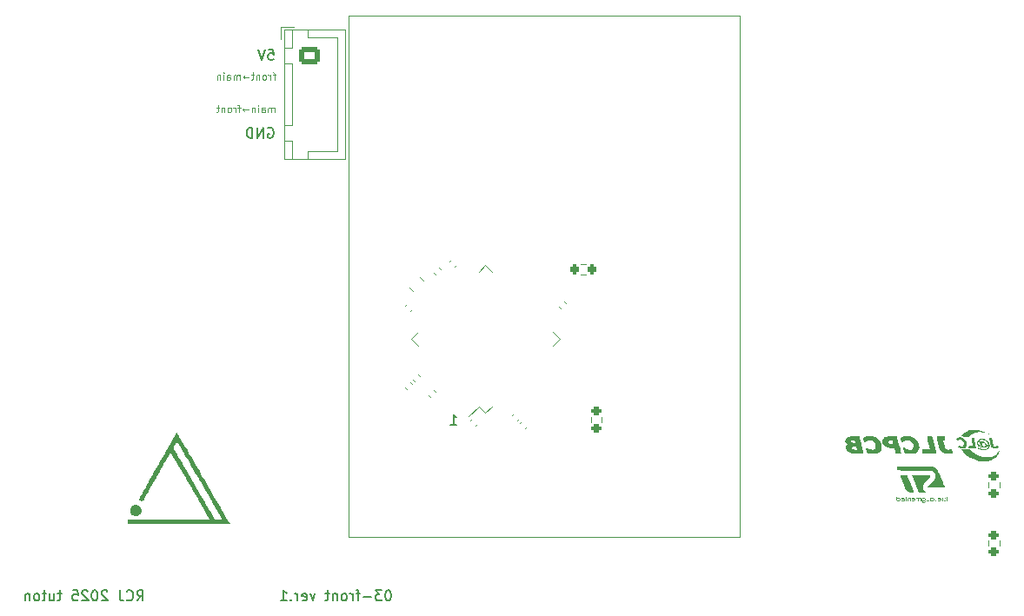
<source format=gbr>
%TF.GenerationSoftware,KiCad,Pcbnew,7.0.9*%
%TF.CreationDate,2024-10-01T14:40:40+09:00*%
%TF.ProjectId,03-front,30332d66-726f-46e7-942e-6b696361645f,rev?*%
%TF.SameCoordinates,Original*%
%TF.FileFunction,Legend,Bot*%
%TF.FilePolarity,Positive*%
%FSLAX46Y46*%
G04 Gerber Fmt 4.6, Leading zero omitted, Abs format (unit mm)*
G04 Created by KiCad (PCBNEW 7.0.9) date 2024-10-01 14:40:40*
%MOMM*%
%LPD*%
G01*
G04 APERTURE LIST*
G04 Aperture macros list*
%AMRoundRect*
0 Rectangle with rounded corners*
0 $1 Rounding radius*
0 $2 $3 $4 $5 $6 $7 $8 $9 X,Y pos of 4 corners*
0 Add a 4 corners polygon primitive as box body*
4,1,4,$2,$3,$4,$5,$6,$7,$8,$9,$2,$3,0*
0 Add four circle primitives for the rounded corners*
1,1,$1+$1,$2,$3*
1,1,$1+$1,$4,$5*
1,1,$1+$1,$6,$7*
1,1,$1+$1,$8,$9*
0 Add four rect primitives between the rounded corners*
20,1,$1+$1,$2,$3,$4,$5,0*
20,1,$1+$1,$4,$5,$6,$7,0*
20,1,$1+$1,$6,$7,$8,$9,0*
20,1,$1+$1,$8,$9,$2,$3,0*%
G04 Aperture macros list end*
%ADD10C,0.150000*%
%ADD11C,0.120000*%
%ADD12C,0.100000*%
%ADD13C,1.524000*%
%ADD14C,3.200000*%
%ADD15R,1.700000X1.700000*%
%ADD16O,1.700000X1.700000*%
%ADD17RoundRect,0.140000X0.219203X0.021213X0.021213X0.219203X-0.219203X-0.021213X-0.021213X-0.219203X0*%
%ADD18RoundRect,0.250000X-0.725000X0.600000X-0.725000X-0.600000X0.725000X-0.600000X0.725000X0.600000X0*%
%ADD19O,1.950000X1.700000*%
%ADD20RoundRect,0.250000X0.503814X0.132583X0.132583X0.503814X-0.503814X-0.132583X-0.132583X-0.503814X0*%
%ADD21RoundRect,0.200000X-0.200000X-0.275000X0.200000X-0.275000X0.200000X0.275000X-0.200000X0.275000X0*%
%ADD22RoundRect,0.140000X0.021213X-0.219203X0.219203X-0.021213X-0.021213X0.219203X-0.219203X0.021213X0*%
%ADD23RoundRect,0.075000X-0.441942X-0.548008X0.548008X0.441942X0.441942X0.548008X-0.548008X-0.441942X0*%
%ADD24RoundRect,0.075000X0.441942X-0.548008X0.548008X-0.441942X-0.441942X0.548008X-0.548008X0.441942X0*%
%ADD25RoundRect,0.200000X0.275000X-0.200000X0.275000X0.200000X-0.275000X0.200000X-0.275000X-0.200000X0*%
%ADD26RoundRect,0.140000X-0.219203X-0.021213X-0.021213X-0.219203X0.219203X0.021213X0.021213X0.219203X0*%
%ADD27RoundRect,0.140000X-0.021213X0.219203X-0.219203X0.021213X0.021213X-0.219203X0.219203X-0.021213X0*%
G04 APERTURE END LIST*
D10*
X115296792Y-119249819D02*
X115630125Y-118773628D01*
X115868220Y-119249819D02*
X115868220Y-118249819D01*
X115868220Y-118249819D02*
X115487268Y-118249819D01*
X115487268Y-118249819D02*
X115392030Y-118297438D01*
X115392030Y-118297438D02*
X115344411Y-118345057D01*
X115344411Y-118345057D02*
X115296792Y-118440295D01*
X115296792Y-118440295D02*
X115296792Y-118583152D01*
X115296792Y-118583152D02*
X115344411Y-118678390D01*
X115344411Y-118678390D02*
X115392030Y-118726009D01*
X115392030Y-118726009D02*
X115487268Y-118773628D01*
X115487268Y-118773628D02*
X115868220Y-118773628D01*
X114296792Y-119154580D02*
X114344411Y-119202200D01*
X114344411Y-119202200D02*
X114487268Y-119249819D01*
X114487268Y-119249819D02*
X114582506Y-119249819D01*
X114582506Y-119249819D02*
X114725363Y-119202200D01*
X114725363Y-119202200D02*
X114820601Y-119106961D01*
X114820601Y-119106961D02*
X114868220Y-119011723D01*
X114868220Y-119011723D02*
X114915839Y-118821247D01*
X114915839Y-118821247D02*
X114915839Y-118678390D01*
X114915839Y-118678390D02*
X114868220Y-118487914D01*
X114868220Y-118487914D02*
X114820601Y-118392676D01*
X114820601Y-118392676D02*
X114725363Y-118297438D01*
X114725363Y-118297438D02*
X114582506Y-118249819D01*
X114582506Y-118249819D02*
X114487268Y-118249819D01*
X114487268Y-118249819D02*
X114344411Y-118297438D01*
X114344411Y-118297438D02*
X114296792Y-118345057D01*
X113582506Y-118249819D02*
X113582506Y-118964104D01*
X113582506Y-118964104D02*
X113630125Y-119106961D01*
X113630125Y-119106961D02*
X113725363Y-119202200D01*
X113725363Y-119202200D02*
X113868220Y-119249819D01*
X113868220Y-119249819D02*
X113963458Y-119249819D01*
X112392029Y-118345057D02*
X112344410Y-118297438D01*
X112344410Y-118297438D02*
X112249172Y-118249819D01*
X112249172Y-118249819D02*
X112011077Y-118249819D01*
X112011077Y-118249819D02*
X111915839Y-118297438D01*
X111915839Y-118297438D02*
X111868220Y-118345057D01*
X111868220Y-118345057D02*
X111820601Y-118440295D01*
X111820601Y-118440295D02*
X111820601Y-118535533D01*
X111820601Y-118535533D02*
X111868220Y-118678390D01*
X111868220Y-118678390D02*
X112439648Y-119249819D01*
X112439648Y-119249819D02*
X111820601Y-119249819D01*
X111201553Y-118249819D02*
X111106315Y-118249819D01*
X111106315Y-118249819D02*
X111011077Y-118297438D01*
X111011077Y-118297438D02*
X110963458Y-118345057D01*
X110963458Y-118345057D02*
X110915839Y-118440295D01*
X110915839Y-118440295D02*
X110868220Y-118630771D01*
X110868220Y-118630771D02*
X110868220Y-118868866D01*
X110868220Y-118868866D02*
X110915839Y-119059342D01*
X110915839Y-119059342D02*
X110963458Y-119154580D01*
X110963458Y-119154580D02*
X111011077Y-119202200D01*
X111011077Y-119202200D02*
X111106315Y-119249819D01*
X111106315Y-119249819D02*
X111201553Y-119249819D01*
X111201553Y-119249819D02*
X111296791Y-119202200D01*
X111296791Y-119202200D02*
X111344410Y-119154580D01*
X111344410Y-119154580D02*
X111392029Y-119059342D01*
X111392029Y-119059342D02*
X111439648Y-118868866D01*
X111439648Y-118868866D02*
X111439648Y-118630771D01*
X111439648Y-118630771D02*
X111392029Y-118440295D01*
X111392029Y-118440295D02*
X111344410Y-118345057D01*
X111344410Y-118345057D02*
X111296791Y-118297438D01*
X111296791Y-118297438D02*
X111201553Y-118249819D01*
X110487267Y-118345057D02*
X110439648Y-118297438D01*
X110439648Y-118297438D02*
X110344410Y-118249819D01*
X110344410Y-118249819D02*
X110106315Y-118249819D01*
X110106315Y-118249819D02*
X110011077Y-118297438D01*
X110011077Y-118297438D02*
X109963458Y-118345057D01*
X109963458Y-118345057D02*
X109915839Y-118440295D01*
X109915839Y-118440295D02*
X109915839Y-118535533D01*
X109915839Y-118535533D02*
X109963458Y-118678390D01*
X109963458Y-118678390D02*
X110534886Y-119249819D01*
X110534886Y-119249819D02*
X109915839Y-119249819D01*
X109011077Y-118249819D02*
X109487267Y-118249819D01*
X109487267Y-118249819D02*
X109534886Y-118726009D01*
X109534886Y-118726009D02*
X109487267Y-118678390D01*
X109487267Y-118678390D02*
X109392029Y-118630771D01*
X109392029Y-118630771D02*
X109153934Y-118630771D01*
X109153934Y-118630771D02*
X109058696Y-118678390D01*
X109058696Y-118678390D02*
X109011077Y-118726009D01*
X109011077Y-118726009D02*
X108963458Y-118821247D01*
X108963458Y-118821247D02*
X108963458Y-119059342D01*
X108963458Y-119059342D02*
X109011077Y-119154580D01*
X109011077Y-119154580D02*
X109058696Y-119202200D01*
X109058696Y-119202200D02*
X109153934Y-119249819D01*
X109153934Y-119249819D02*
X109392029Y-119249819D01*
X109392029Y-119249819D02*
X109487267Y-119202200D01*
X109487267Y-119202200D02*
X109534886Y-119154580D01*
X107915838Y-118583152D02*
X107534886Y-118583152D01*
X107772981Y-118249819D02*
X107772981Y-119106961D01*
X107772981Y-119106961D02*
X107725362Y-119202200D01*
X107725362Y-119202200D02*
X107630124Y-119249819D01*
X107630124Y-119249819D02*
X107534886Y-119249819D01*
X106772981Y-118583152D02*
X106772981Y-119249819D01*
X107201552Y-118583152D02*
X107201552Y-119106961D01*
X107201552Y-119106961D02*
X107153933Y-119202200D01*
X107153933Y-119202200D02*
X107058695Y-119249819D01*
X107058695Y-119249819D02*
X106915838Y-119249819D01*
X106915838Y-119249819D02*
X106820600Y-119202200D01*
X106820600Y-119202200D02*
X106772981Y-119154580D01*
X106439647Y-118583152D02*
X106058695Y-118583152D01*
X106296790Y-118249819D02*
X106296790Y-119106961D01*
X106296790Y-119106961D02*
X106249171Y-119202200D01*
X106249171Y-119202200D02*
X106153933Y-119249819D01*
X106153933Y-119249819D02*
X106058695Y-119249819D01*
X105582504Y-119249819D02*
X105677742Y-119202200D01*
X105677742Y-119202200D02*
X105725361Y-119154580D01*
X105725361Y-119154580D02*
X105772980Y-119059342D01*
X105772980Y-119059342D02*
X105772980Y-118773628D01*
X105772980Y-118773628D02*
X105725361Y-118678390D01*
X105725361Y-118678390D02*
X105677742Y-118630771D01*
X105677742Y-118630771D02*
X105582504Y-118583152D01*
X105582504Y-118583152D02*
X105439647Y-118583152D01*
X105439647Y-118583152D02*
X105344409Y-118630771D01*
X105344409Y-118630771D02*
X105296790Y-118678390D01*
X105296790Y-118678390D02*
X105249171Y-118773628D01*
X105249171Y-118773628D02*
X105249171Y-119059342D01*
X105249171Y-119059342D02*
X105296790Y-119154580D01*
X105296790Y-119154580D02*
X105344409Y-119202200D01*
X105344409Y-119202200D02*
X105439647Y-119249819D01*
X105439647Y-119249819D02*
X105582504Y-119249819D01*
X104820599Y-118583152D02*
X104820599Y-119249819D01*
X104820599Y-118678390D02*
X104772980Y-118630771D01*
X104772980Y-118630771D02*
X104677742Y-118583152D01*
X104677742Y-118583152D02*
X104534885Y-118583152D01*
X104534885Y-118583152D02*
X104439647Y-118630771D01*
X104439647Y-118630771D02*
X104392028Y-118726009D01*
X104392028Y-118726009D02*
X104392028Y-119249819D01*
X145824411Y-102104819D02*
X146395839Y-102104819D01*
X146110125Y-102104819D02*
X146110125Y-101104819D01*
X146110125Y-101104819D02*
X146205363Y-101247676D01*
X146205363Y-101247676D02*
X146300601Y-101342914D01*
X146300601Y-101342914D02*
X146395839Y-101390533D01*
D11*
X128759386Y-68021426D02*
X128492719Y-68021426D01*
X128659386Y-68488093D02*
X128659386Y-67888093D01*
X128659386Y-67888093D02*
X128626053Y-67821426D01*
X128626053Y-67821426D02*
X128559386Y-67788093D01*
X128559386Y-67788093D02*
X128492719Y-67788093D01*
X128259386Y-68488093D02*
X128259386Y-68021426D01*
X128259386Y-68154760D02*
X128226053Y-68088093D01*
X128226053Y-68088093D02*
X128192719Y-68054760D01*
X128192719Y-68054760D02*
X128126053Y-68021426D01*
X128126053Y-68021426D02*
X128059386Y-68021426D01*
X127726053Y-68488093D02*
X127792720Y-68454760D01*
X127792720Y-68454760D02*
X127826053Y-68421426D01*
X127826053Y-68421426D02*
X127859386Y-68354760D01*
X127859386Y-68354760D02*
X127859386Y-68154760D01*
X127859386Y-68154760D02*
X127826053Y-68088093D01*
X127826053Y-68088093D02*
X127792720Y-68054760D01*
X127792720Y-68054760D02*
X127726053Y-68021426D01*
X127726053Y-68021426D02*
X127626053Y-68021426D01*
X127626053Y-68021426D02*
X127559386Y-68054760D01*
X127559386Y-68054760D02*
X127526053Y-68088093D01*
X127526053Y-68088093D02*
X127492720Y-68154760D01*
X127492720Y-68154760D02*
X127492720Y-68354760D01*
X127492720Y-68354760D02*
X127526053Y-68421426D01*
X127526053Y-68421426D02*
X127559386Y-68454760D01*
X127559386Y-68454760D02*
X127626053Y-68488093D01*
X127626053Y-68488093D02*
X127726053Y-68488093D01*
X127192720Y-68021426D02*
X127192720Y-68488093D01*
X127192720Y-68088093D02*
X127159387Y-68054760D01*
X127159387Y-68054760D02*
X127092720Y-68021426D01*
X127092720Y-68021426D02*
X126992720Y-68021426D01*
X126992720Y-68021426D02*
X126926053Y-68054760D01*
X126926053Y-68054760D02*
X126892720Y-68121426D01*
X126892720Y-68121426D02*
X126892720Y-68488093D01*
X126659387Y-68021426D02*
X126392720Y-68021426D01*
X126559387Y-67788093D02*
X126559387Y-68388093D01*
X126559387Y-68388093D02*
X126526054Y-68454760D01*
X126526054Y-68454760D02*
X126459387Y-68488093D01*
X126459387Y-68488093D02*
X126392720Y-68488093D01*
X126159387Y-68221426D02*
X125626054Y-68221426D01*
X125759387Y-68354760D02*
X125626054Y-68221426D01*
X125626054Y-68221426D02*
X125759387Y-68088093D01*
X125292720Y-68488093D02*
X125292720Y-68021426D01*
X125292720Y-68088093D02*
X125259387Y-68054760D01*
X125259387Y-68054760D02*
X125192720Y-68021426D01*
X125192720Y-68021426D02*
X125092720Y-68021426D01*
X125092720Y-68021426D02*
X125026053Y-68054760D01*
X125026053Y-68054760D02*
X124992720Y-68121426D01*
X124992720Y-68121426D02*
X124992720Y-68488093D01*
X124992720Y-68121426D02*
X124959387Y-68054760D01*
X124959387Y-68054760D02*
X124892720Y-68021426D01*
X124892720Y-68021426D02*
X124792720Y-68021426D01*
X124792720Y-68021426D02*
X124726053Y-68054760D01*
X124726053Y-68054760D02*
X124692720Y-68121426D01*
X124692720Y-68121426D02*
X124692720Y-68488093D01*
X124059387Y-68488093D02*
X124059387Y-68121426D01*
X124059387Y-68121426D02*
X124092720Y-68054760D01*
X124092720Y-68054760D02*
X124159387Y-68021426D01*
X124159387Y-68021426D02*
X124292720Y-68021426D01*
X124292720Y-68021426D02*
X124359387Y-68054760D01*
X124059387Y-68454760D02*
X124126054Y-68488093D01*
X124126054Y-68488093D02*
X124292720Y-68488093D01*
X124292720Y-68488093D02*
X124359387Y-68454760D01*
X124359387Y-68454760D02*
X124392720Y-68388093D01*
X124392720Y-68388093D02*
X124392720Y-68321426D01*
X124392720Y-68321426D02*
X124359387Y-68254760D01*
X124359387Y-68254760D02*
X124292720Y-68221426D01*
X124292720Y-68221426D02*
X124126054Y-68221426D01*
X124126054Y-68221426D02*
X124059387Y-68188093D01*
X123726054Y-68488093D02*
X123726054Y-68021426D01*
X123726054Y-67788093D02*
X123759387Y-67821426D01*
X123759387Y-67821426D02*
X123726054Y-67854760D01*
X123726054Y-67854760D02*
X123692721Y-67821426D01*
X123692721Y-67821426D02*
X123726054Y-67788093D01*
X123726054Y-67788093D02*
X123726054Y-67854760D01*
X123392721Y-68021426D02*
X123392721Y-68488093D01*
X123392721Y-68088093D02*
X123359388Y-68054760D01*
X123359388Y-68054760D02*
X123292721Y-68021426D01*
X123292721Y-68021426D02*
X123192721Y-68021426D01*
X123192721Y-68021426D02*
X123126054Y-68054760D01*
X123126054Y-68054760D02*
X123092721Y-68121426D01*
X123092721Y-68121426D02*
X123092721Y-68488093D01*
D10*
X128044411Y-73212438D02*
X128139649Y-73164819D01*
X128139649Y-73164819D02*
X128282506Y-73164819D01*
X128282506Y-73164819D02*
X128425363Y-73212438D01*
X128425363Y-73212438D02*
X128520601Y-73307676D01*
X128520601Y-73307676D02*
X128568220Y-73402914D01*
X128568220Y-73402914D02*
X128615839Y-73593390D01*
X128615839Y-73593390D02*
X128615839Y-73736247D01*
X128615839Y-73736247D02*
X128568220Y-73926723D01*
X128568220Y-73926723D02*
X128520601Y-74021961D01*
X128520601Y-74021961D02*
X128425363Y-74117200D01*
X128425363Y-74117200D02*
X128282506Y-74164819D01*
X128282506Y-74164819D02*
X128187268Y-74164819D01*
X128187268Y-74164819D02*
X128044411Y-74117200D01*
X128044411Y-74117200D02*
X127996792Y-74069580D01*
X127996792Y-74069580D02*
X127996792Y-73736247D01*
X127996792Y-73736247D02*
X128187268Y-73736247D01*
X127568220Y-74164819D02*
X127568220Y-73164819D01*
X127568220Y-73164819D02*
X126996792Y-74164819D01*
X126996792Y-74164819D02*
X126996792Y-73164819D01*
X126520601Y-74164819D02*
X126520601Y-73164819D01*
X126520601Y-73164819D02*
X126282506Y-73164819D01*
X126282506Y-73164819D02*
X126139649Y-73212438D01*
X126139649Y-73212438D02*
X126044411Y-73307676D01*
X126044411Y-73307676D02*
X125996792Y-73402914D01*
X125996792Y-73402914D02*
X125949173Y-73593390D01*
X125949173Y-73593390D02*
X125949173Y-73736247D01*
X125949173Y-73736247D02*
X125996792Y-73926723D01*
X125996792Y-73926723D02*
X126044411Y-74021961D01*
X126044411Y-74021961D02*
X126139649Y-74117200D01*
X126139649Y-74117200D02*
X126282506Y-74164819D01*
X126282506Y-74164819D02*
X126520601Y-74164819D01*
X139807744Y-118249819D02*
X139712506Y-118249819D01*
X139712506Y-118249819D02*
X139617268Y-118297438D01*
X139617268Y-118297438D02*
X139569649Y-118345057D01*
X139569649Y-118345057D02*
X139522030Y-118440295D01*
X139522030Y-118440295D02*
X139474411Y-118630771D01*
X139474411Y-118630771D02*
X139474411Y-118868866D01*
X139474411Y-118868866D02*
X139522030Y-119059342D01*
X139522030Y-119059342D02*
X139569649Y-119154580D01*
X139569649Y-119154580D02*
X139617268Y-119202200D01*
X139617268Y-119202200D02*
X139712506Y-119249819D01*
X139712506Y-119249819D02*
X139807744Y-119249819D01*
X139807744Y-119249819D02*
X139902982Y-119202200D01*
X139902982Y-119202200D02*
X139950601Y-119154580D01*
X139950601Y-119154580D02*
X139998220Y-119059342D01*
X139998220Y-119059342D02*
X140045839Y-118868866D01*
X140045839Y-118868866D02*
X140045839Y-118630771D01*
X140045839Y-118630771D02*
X139998220Y-118440295D01*
X139998220Y-118440295D02*
X139950601Y-118345057D01*
X139950601Y-118345057D02*
X139902982Y-118297438D01*
X139902982Y-118297438D02*
X139807744Y-118249819D01*
X139141077Y-118249819D02*
X138522030Y-118249819D01*
X138522030Y-118249819D02*
X138855363Y-118630771D01*
X138855363Y-118630771D02*
X138712506Y-118630771D01*
X138712506Y-118630771D02*
X138617268Y-118678390D01*
X138617268Y-118678390D02*
X138569649Y-118726009D01*
X138569649Y-118726009D02*
X138522030Y-118821247D01*
X138522030Y-118821247D02*
X138522030Y-119059342D01*
X138522030Y-119059342D02*
X138569649Y-119154580D01*
X138569649Y-119154580D02*
X138617268Y-119202200D01*
X138617268Y-119202200D02*
X138712506Y-119249819D01*
X138712506Y-119249819D02*
X138998220Y-119249819D01*
X138998220Y-119249819D02*
X139093458Y-119202200D01*
X139093458Y-119202200D02*
X139141077Y-119154580D01*
X138093458Y-118868866D02*
X137331554Y-118868866D01*
X136998220Y-118583152D02*
X136617268Y-118583152D01*
X136855363Y-119249819D02*
X136855363Y-118392676D01*
X136855363Y-118392676D02*
X136807744Y-118297438D01*
X136807744Y-118297438D02*
X136712506Y-118249819D01*
X136712506Y-118249819D02*
X136617268Y-118249819D01*
X136283934Y-119249819D02*
X136283934Y-118583152D01*
X136283934Y-118773628D02*
X136236315Y-118678390D01*
X136236315Y-118678390D02*
X136188696Y-118630771D01*
X136188696Y-118630771D02*
X136093458Y-118583152D01*
X136093458Y-118583152D02*
X135998220Y-118583152D01*
X135522029Y-119249819D02*
X135617267Y-119202200D01*
X135617267Y-119202200D02*
X135664886Y-119154580D01*
X135664886Y-119154580D02*
X135712505Y-119059342D01*
X135712505Y-119059342D02*
X135712505Y-118773628D01*
X135712505Y-118773628D02*
X135664886Y-118678390D01*
X135664886Y-118678390D02*
X135617267Y-118630771D01*
X135617267Y-118630771D02*
X135522029Y-118583152D01*
X135522029Y-118583152D02*
X135379172Y-118583152D01*
X135379172Y-118583152D02*
X135283934Y-118630771D01*
X135283934Y-118630771D02*
X135236315Y-118678390D01*
X135236315Y-118678390D02*
X135188696Y-118773628D01*
X135188696Y-118773628D02*
X135188696Y-119059342D01*
X135188696Y-119059342D02*
X135236315Y-119154580D01*
X135236315Y-119154580D02*
X135283934Y-119202200D01*
X135283934Y-119202200D02*
X135379172Y-119249819D01*
X135379172Y-119249819D02*
X135522029Y-119249819D01*
X134760124Y-118583152D02*
X134760124Y-119249819D01*
X134760124Y-118678390D02*
X134712505Y-118630771D01*
X134712505Y-118630771D02*
X134617267Y-118583152D01*
X134617267Y-118583152D02*
X134474410Y-118583152D01*
X134474410Y-118583152D02*
X134379172Y-118630771D01*
X134379172Y-118630771D02*
X134331553Y-118726009D01*
X134331553Y-118726009D02*
X134331553Y-119249819D01*
X133998219Y-118583152D02*
X133617267Y-118583152D01*
X133855362Y-118249819D02*
X133855362Y-119106961D01*
X133855362Y-119106961D02*
X133807743Y-119202200D01*
X133807743Y-119202200D02*
X133712505Y-119249819D01*
X133712505Y-119249819D02*
X133617267Y-119249819D01*
X132617266Y-118583152D02*
X132379171Y-119249819D01*
X132379171Y-119249819D02*
X132141076Y-118583152D01*
X131379171Y-119202200D02*
X131474409Y-119249819D01*
X131474409Y-119249819D02*
X131664885Y-119249819D01*
X131664885Y-119249819D02*
X131760123Y-119202200D01*
X131760123Y-119202200D02*
X131807742Y-119106961D01*
X131807742Y-119106961D02*
X131807742Y-118726009D01*
X131807742Y-118726009D02*
X131760123Y-118630771D01*
X131760123Y-118630771D02*
X131664885Y-118583152D01*
X131664885Y-118583152D02*
X131474409Y-118583152D01*
X131474409Y-118583152D02*
X131379171Y-118630771D01*
X131379171Y-118630771D02*
X131331552Y-118726009D01*
X131331552Y-118726009D02*
X131331552Y-118821247D01*
X131331552Y-118821247D02*
X131807742Y-118916485D01*
X130902980Y-119249819D02*
X130902980Y-118583152D01*
X130902980Y-118773628D02*
X130855361Y-118678390D01*
X130855361Y-118678390D02*
X130807742Y-118630771D01*
X130807742Y-118630771D02*
X130712504Y-118583152D01*
X130712504Y-118583152D02*
X130617266Y-118583152D01*
X130283932Y-119154580D02*
X130236313Y-119202200D01*
X130236313Y-119202200D02*
X130283932Y-119249819D01*
X130283932Y-119249819D02*
X130331551Y-119202200D01*
X130331551Y-119202200D02*
X130283932Y-119154580D01*
X130283932Y-119154580D02*
X130283932Y-119249819D01*
X129283933Y-119249819D02*
X129855361Y-119249819D01*
X129569647Y-119249819D02*
X129569647Y-118249819D01*
X129569647Y-118249819D02*
X129664885Y-118392676D01*
X129664885Y-118392676D02*
X129760123Y-118487914D01*
X129760123Y-118487914D02*
X129855361Y-118535533D01*
D11*
X128659386Y-71663093D02*
X128659386Y-71196426D01*
X128659386Y-71263093D02*
X128626053Y-71229760D01*
X128626053Y-71229760D02*
X128559386Y-71196426D01*
X128559386Y-71196426D02*
X128459386Y-71196426D01*
X128459386Y-71196426D02*
X128392719Y-71229760D01*
X128392719Y-71229760D02*
X128359386Y-71296426D01*
X128359386Y-71296426D02*
X128359386Y-71663093D01*
X128359386Y-71296426D02*
X128326053Y-71229760D01*
X128326053Y-71229760D02*
X128259386Y-71196426D01*
X128259386Y-71196426D02*
X128159386Y-71196426D01*
X128159386Y-71196426D02*
X128092719Y-71229760D01*
X128092719Y-71229760D02*
X128059386Y-71296426D01*
X128059386Y-71296426D02*
X128059386Y-71663093D01*
X127426053Y-71663093D02*
X127426053Y-71296426D01*
X127426053Y-71296426D02*
X127459386Y-71229760D01*
X127459386Y-71229760D02*
X127526053Y-71196426D01*
X127526053Y-71196426D02*
X127659386Y-71196426D01*
X127659386Y-71196426D02*
X127726053Y-71229760D01*
X127426053Y-71629760D02*
X127492720Y-71663093D01*
X127492720Y-71663093D02*
X127659386Y-71663093D01*
X127659386Y-71663093D02*
X127726053Y-71629760D01*
X127726053Y-71629760D02*
X127759386Y-71563093D01*
X127759386Y-71563093D02*
X127759386Y-71496426D01*
X127759386Y-71496426D02*
X127726053Y-71429760D01*
X127726053Y-71429760D02*
X127659386Y-71396426D01*
X127659386Y-71396426D02*
X127492720Y-71396426D01*
X127492720Y-71396426D02*
X127426053Y-71363093D01*
X127092720Y-71663093D02*
X127092720Y-71196426D01*
X127092720Y-70963093D02*
X127126053Y-70996426D01*
X127126053Y-70996426D02*
X127092720Y-71029760D01*
X127092720Y-71029760D02*
X127059387Y-70996426D01*
X127059387Y-70996426D02*
X127092720Y-70963093D01*
X127092720Y-70963093D02*
X127092720Y-71029760D01*
X126759387Y-71196426D02*
X126759387Y-71663093D01*
X126759387Y-71263093D02*
X126726054Y-71229760D01*
X126726054Y-71229760D02*
X126659387Y-71196426D01*
X126659387Y-71196426D02*
X126559387Y-71196426D01*
X126559387Y-71196426D02*
X126492720Y-71229760D01*
X126492720Y-71229760D02*
X126459387Y-71296426D01*
X126459387Y-71296426D02*
X126459387Y-71663093D01*
X126126054Y-71396426D02*
X125592721Y-71396426D01*
X125726054Y-71529760D02*
X125592721Y-71396426D01*
X125592721Y-71396426D02*
X125726054Y-71263093D01*
X125359387Y-71196426D02*
X125092720Y-71196426D01*
X125259387Y-71663093D02*
X125259387Y-71063093D01*
X125259387Y-71063093D02*
X125226054Y-70996426D01*
X125226054Y-70996426D02*
X125159387Y-70963093D01*
X125159387Y-70963093D02*
X125092720Y-70963093D01*
X124859387Y-71663093D02*
X124859387Y-71196426D01*
X124859387Y-71329760D02*
X124826054Y-71263093D01*
X124826054Y-71263093D02*
X124792720Y-71229760D01*
X124792720Y-71229760D02*
X124726054Y-71196426D01*
X124726054Y-71196426D02*
X124659387Y-71196426D01*
X124326054Y-71663093D02*
X124392721Y-71629760D01*
X124392721Y-71629760D02*
X124426054Y-71596426D01*
X124426054Y-71596426D02*
X124459387Y-71529760D01*
X124459387Y-71529760D02*
X124459387Y-71329760D01*
X124459387Y-71329760D02*
X124426054Y-71263093D01*
X124426054Y-71263093D02*
X124392721Y-71229760D01*
X124392721Y-71229760D02*
X124326054Y-71196426D01*
X124326054Y-71196426D02*
X124226054Y-71196426D01*
X124226054Y-71196426D02*
X124159387Y-71229760D01*
X124159387Y-71229760D02*
X124126054Y-71263093D01*
X124126054Y-71263093D02*
X124092721Y-71329760D01*
X124092721Y-71329760D02*
X124092721Y-71529760D01*
X124092721Y-71529760D02*
X124126054Y-71596426D01*
X124126054Y-71596426D02*
X124159387Y-71629760D01*
X124159387Y-71629760D02*
X124226054Y-71663093D01*
X124226054Y-71663093D02*
X124326054Y-71663093D01*
X123792721Y-71196426D02*
X123792721Y-71663093D01*
X123792721Y-71263093D02*
X123759388Y-71229760D01*
X123759388Y-71229760D02*
X123692721Y-71196426D01*
X123692721Y-71196426D02*
X123592721Y-71196426D01*
X123592721Y-71196426D02*
X123526054Y-71229760D01*
X123526054Y-71229760D02*
X123492721Y-71296426D01*
X123492721Y-71296426D02*
X123492721Y-71663093D01*
X123259388Y-71196426D02*
X122992721Y-71196426D01*
X123159388Y-70963093D02*
X123159388Y-71563093D01*
X123159388Y-71563093D02*
X123126055Y-71629760D01*
X123126055Y-71629760D02*
X123059388Y-71663093D01*
X123059388Y-71663093D02*
X122992721Y-71663093D01*
D10*
X128092030Y-65544819D02*
X128568220Y-65544819D01*
X128568220Y-65544819D02*
X128615839Y-66021009D01*
X128615839Y-66021009D02*
X128568220Y-65973390D01*
X128568220Y-65973390D02*
X128472982Y-65925771D01*
X128472982Y-65925771D02*
X128234887Y-65925771D01*
X128234887Y-65925771D02*
X128139649Y-65973390D01*
X128139649Y-65973390D02*
X128092030Y-66021009D01*
X128092030Y-66021009D02*
X128044411Y-66116247D01*
X128044411Y-66116247D02*
X128044411Y-66354342D01*
X128044411Y-66354342D02*
X128092030Y-66449580D01*
X128092030Y-66449580D02*
X128139649Y-66497200D01*
X128139649Y-66497200D02*
X128234887Y-66544819D01*
X128234887Y-66544819D02*
X128472982Y-66544819D01*
X128472982Y-66544819D02*
X128568220Y-66497200D01*
X128568220Y-66497200D02*
X128615839Y-66449580D01*
X127758696Y-65544819D02*
X127425363Y-66544819D01*
X127425363Y-66544819D02*
X127092030Y-65544819D01*
%TO.C,G\u002A\u002A\u002A*%
G36*
X192087090Y-109472785D02*
G01*
X192044551Y-109530205D01*
X191984344Y-109568968D01*
X191912190Y-109581064D01*
X191833810Y-109558481D01*
X191833454Y-109558291D01*
X191799413Y-109548250D01*
X191794846Y-109567397D01*
X191820626Y-109612174D01*
X191831322Y-109623965D01*
X191885072Y-109648238D01*
X191950074Y-109645010D01*
X192008675Y-109614099D01*
X192048546Y-109586327D01*
X192077829Y-109584038D01*
X192079945Y-109608785D01*
X192047640Y-109653275D01*
X192012301Y-109682120D01*
X191935685Y-109712010D01*
X191859430Y-109707007D01*
X191794171Y-109669018D01*
X191750541Y-109599953D01*
X191741335Y-109568121D01*
X191729533Y-109495990D01*
X191726107Y-109431766D01*
X191799146Y-109431766D01*
X191833923Y-109492689D01*
X191874878Y-109525487D01*
X191920714Y-109533015D01*
X191982502Y-109510747D01*
X192021813Y-109477277D01*
X192048938Y-109416649D01*
X192045347Y-109353969D01*
X192020890Y-109321597D01*
X191976517Y-109285364D01*
X191976513Y-109285362D01*
X191934952Y-109262001D01*
X191903872Y-109263705D01*
X191861179Y-109291685D01*
X191845864Y-109304282D01*
X191803590Y-109365542D01*
X191799146Y-109431766D01*
X191726107Y-109431766D01*
X191725378Y-109418098D01*
X191728013Y-109342642D01*
X191736582Y-109277818D01*
X191750227Y-109231824D01*
X191768090Y-109212857D01*
X191789316Y-109229113D01*
X191800414Y-109239285D01*
X191835814Y-109232233D01*
X191895268Y-109212970D01*
X191972715Y-109222337D01*
X192044969Y-109262849D01*
X192051481Y-109268689D01*
X192096277Y-109334016D01*
X192106240Y-109404718D01*
X192102883Y-109416649D01*
X192087090Y-109472785D01*
G37*
G36*
X194252246Y-109107967D02*
G01*
X194270856Y-109124315D01*
X194267176Y-109134319D01*
X194238237Y-109146061D01*
X194222162Y-109153649D01*
X194212079Y-109181934D01*
X194207009Y-109238494D01*
X194205617Y-109330907D01*
X194206956Y-109421996D01*
X194211947Y-109479135D01*
X194221928Y-109507861D01*
X194238237Y-109515753D01*
X194253449Y-109519542D01*
X194270856Y-109548373D01*
X194270792Y-109550416D01*
X194251811Y-109573666D01*
X194196027Y-109580993D01*
X194154943Y-109577551D01*
X194114805Y-109563346D01*
X194103499Y-109543563D01*
X194128125Y-109524146D01*
X194130704Y-109523033D01*
X194146298Y-109506578D01*
X194155911Y-109470309D01*
X194160776Y-109406351D01*
X194162124Y-109306834D01*
X194162134Y-109275619D01*
X194162937Y-109191472D01*
X194166594Y-109140287D01*
X194175284Y-109113870D01*
X194191190Y-109104028D01*
X194216490Y-109102568D01*
X194252246Y-109107967D01*
G37*
G36*
X193991884Y-109215225D02*
G01*
X194016880Y-109222617D01*
X194044119Y-109244162D01*
X194048126Y-109266343D01*
X194022583Y-109276541D01*
X194019828Y-109276632D01*
X194000517Y-109288083D01*
X193990814Y-109324946D01*
X193988151Y-109396147D01*
X193990971Y-109467336D01*
X194001099Y-109505015D01*
X194020771Y-109515753D01*
X194035983Y-109519542D01*
X194053391Y-109548373D01*
X194051812Y-109557751D01*
X194026889Y-109575606D01*
X193966404Y-109580993D01*
X193927249Y-109578292D01*
X193887299Y-109564851D01*
X193880545Y-109544849D01*
X193912038Y-109523617D01*
X193916804Y-109521273D01*
X193933333Y-109497404D01*
X193942091Y-109446194D01*
X193944658Y-109359688D01*
X193944716Y-109330342D01*
X193946505Y-109263074D01*
X193953004Y-109227458D01*
X193967151Y-109214504D01*
X193991884Y-109215225D01*
G37*
G36*
X193717264Y-109099575D02*
G01*
X193753706Y-109133471D01*
X193808742Y-109197951D01*
X193827187Y-109226257D01*
X193834300Y-109261950D01*
X193814178Y-109276541D01*
X193805229Y-109287203D01*
X193796007Y-109330646D01*
X193792432Y-109396147D01*
X193794370Y-109445370D01*
X193802269Y-109496091D01*
X193814178Y-109515753D01*
X193824182Y-109519433D01*
X193835925Y-109548373D01*
X193835787Y-109551344D01*
X193816106Y-109573919D01*
X193759812Y-109580993D01*
X193752880Y-109580934D01*
X193700204Y-109572499D01*
X193683699Y-109548373D01*
X193686152Y-109533367D01*
X193705446Y-109515753D01*
X193714395Y-109505091D01*
X193723617Y-109461647D01*
X193727192Y-109396147D01*
X193725254Y-109346924D01*
X193717355Y-109296203D01*
X193705446Y-109276541D01*
X193702695Y-109276379D01*
X193685312Y-109258894D01*
X193688572Y-109227509D01*
X193710882Y-109203606D01*
X193721932Y-109187412D01*
X193695741Y-109158219D01*
X193668834Y-109127449D01*
X193677256Y-109100312D01*
X193692838Y-109091378D01*
X193717264Y-109099575D01*
G37*
G36*
X193615331Y-109378896D02*
G01*
X193611181Y-109456024D01*
X193565081Y-109527615D01*
X193543962Y-109545696D01*
X193468378Y-109577948D01*
X193387834Y-109574635D01*
X193316670Y-109535313D01*
X193286546Y-109502291D01*
X193281140Y-109479698D01*
X193308788Y-109480010D01*
X193366196Y-109505228D01*
X193377694Y-109511373D01*
X193423906Y-109531897D01*
X193456830Y-109530691D01*
X193496806Y-109508221D01*
X193519812Y-109492129D01*
X193548065Y-109462306D01*
X193538440Y-109442739D01*
X193489208Y-109432026D01*
X193398636Y-109428767D01*
X193244052Y-109428767D01*
X193258654Y-109368964D01*
X193270029Y-109337048D01*
X193326029Y-109337048D01*
X193332337Y-109353435D01*
X193365710Y-109361423D01*
X193434296Y-109363527D01*
X193510131Y-109358470D01*
X193547606Y-109344305D01*
X193544897Y-109322634D01*
X193500457Y-109295061D01*
X193482636Y-109288387D01*
X193418746Y-109281938D01*
X193361463Y-109297232D01*
X193327962Y-109330719D01*
X193326029Y-109337048D01*
X193270029Y-109337048D01*
X193274822Y-109323601D01*
X193330609Y-109256350D01*
X193416508Y-109220159D01*
X193460424Y-109215707D01*
X193503059Y-109229941D01*
X193552348Y-109272324D01*
X193577778Y-109301223D01*
X193598607Y-109344305D01*
X193615331Y-109378896D01*
G37*
G36*
X193148875Y-109482433D02*
G01*
X193162026Y-109526126D01*
X193147283Y-109566495D01*
X193114133Y-109580701D01*
X193068458Y-109573981D01*
X193038519Y-109546687D01*
X193035833Y-109536335D01*
X193046800Y-109494502D01*
X193081745Y-109465084D01*
X193125300Y-109462914D01*
X193148875Y-109482433D01*
G37*
G36*
X192934375Y-109437213D02*
G01*
X192888016Y-109514084D01*
X192864961Y-109539281D01*
X192814481Y-109572376D01*
X192747947Y-109580993D01*
X192733377Y-109580637D01*
X192678888Y-109572479D01*
X192649302Y-109556924D01*
X192637829Y-109545248D01*
X192617830Y-109559710D01*
X192611574Y-109568736D01*
X192588035Y-109580371D01*
X192569454Y-109553089D01*
X192557259Y-109490483D01*
X192554421Y-109429382D01*
X192621501Y-109429382D01*
X192661610Y-109494006D01*
X192701255Y-109522740D01*
X192748596Y-109537500D01*
X192769664Y-109535069D01*
X192824354Y-109504672D01*
X192863215Y-109450667D01*
X192878493Y-109387277D01*
X192862433Y-109328726D01*
X192824213Y-109291345D01*
X192761320Y-109268588D01*
X192699666Y-109279031D01*
X192661861Y-109304787D01*
X192622106Y-109363367D01*
X192621501Y-109429382D01*
X192554421Y-109429382D01*
X192552877Y-109396147D01*
X192553147Y-109370913D01*
X192559488Y-109284917D01*
X192573069Y-109229841D01*
X192592324Y-109209851D01*
X192615685Y-109229113D01*
X192626784Y-109239285D01*
X192662184Y-109232233D01*
X192730564Y-109211110D01*
X192808236Y-109225572D01*
X192880748Y-109274868D01*
X192898637Y-109294196D01*
X192937952Y-109365126D01*
X192936853Y-109387277D01*
X192934375Y-109437213D01*
G37*
G36*
X192449663Y-109213442D02*
G01*
X192461954Y-109243873D01*
X192467274Y-109300630D01*
X192466167Y-109371236D01*
X192459178Y-109443218D01*
X192446851Y-109504101D01*
X192429731Y-109541411D01*
X192403989Y-109561941D01*
X192355349Y-109575405D01*
X192277505Y-109576510D01*
X192161439Y-109571653D01*
X192161439Y-109391477D01*
X192161552Y-109371239D01*
X192164990Y-109287649D01*
X192172519Y-109231704D01*
X192183185Y-109211301D01*
X192189491Y-109215460D01*
X192200553Y-109249877D01*
X192204932Y-109307745D01*
X192213942Y-109412454D01*
X192243881Y-109489008D01*
X192294759Y-109527528D01*
X192341199Y-109528822D01*
X192384458Y-109494907D01*
X192412450Y-109426689D01*
X192422398Y-109328498D01*
X192424232Y-109281513D01*
X192432130Y-109230941D01*
X192444144Y-109211301D01*
X192449663Y-109213442D01*
G37*
G36*
X191371878Y-109235062D02*
G01*
X191393037Y-109247114D01*
X191438133Y-109236081D01*
X191447101Y-109232105D01*
X191502728Y-109220000D01*
X191570947Y-109216941D01*
X191661267Y-109220543D01*
X191661267Y-109400768D01*
X191661154Y-109421042D01*
X191657715Y-109504641D01*
X191650186Y-109560589D01*
X191639521Y-109580993D01*
X191629809Y-109567552D01*
X191621111Y-109520932D01*
X191617774Y-109452067D01*
X191617228Y-109419647D01*
X191607126Y-109336197D01*
X191583601Y-109288967D01*
X191554873Y-109263070D01*
X191527839Y-109258028D01*
X191485865Y-109277306D01*
X191472318Y-109286284D01*
X191454567Y-109312810D01*
X191446016Y-109360482D01*
X191443802Y-109440405D01*
X191443578Y-109471362D01*
X191439692Y-109537682D01*
X191429522Y-109571518D01*
X191411182Y-109580993D01*
X191403999Y-109580027D01*
X191388611Y-109563281D01*
X191380760Y-109519447D01*
X191378562Y-109440405D01*
X191378045Y-109394850D01*
X191372951Y-109332793D01*
X191360057Y-109297313D01*
X191336498Y-109277306D01*
X191298954Y-109259316D01*
X191271206Y-109260810D01*
X191238763Y-109288967D01*
X191229289Y-109301079D01*
X191210599Y-109358918D01*
X191204589Y-109453879D01*
X191204578Y-109458366D01*
X191198800Y-109537847D01*
X191185455Y-109576043D01*
X191168924Y-109573414D01*
X191153587Y-109530418D01*
X191143825Y-109447513D01*
X191143279Y-109375183D01*
X191154960Y-109317554D01*
X191183460Y-109269822D01*
X191199189Y-109252797D01*
X191257812Y-109218235D01*
X191320697Y-109211342D01*
X191371878Y-109235062D01*
G37*
G36*
X191096061Y-109380546D02*
G01*
X191086884Y-109457381D01*
X191042479Y-109527615D01*
X191010452Y-109553513D01*
X190931821Y-109581338D01*
X190849457Y-109571031D01*
X190774724Y-109522796D01*
X190762996Y-109510470D01*
X190737876Y-109472526D01*
X190745166Y-109456168D01*
X190779355Y-109463712D01*
X190834938Y-109497474D01*
X190839692Y-109500977D01*
X190885100Y-109529966D01*
X190918467Y-109533789D01*
X190959319Y-109515236D01*
X190989602Y-109496872D01*
X191023967Y-109465875D01*
X191017676Y-109444726D01*
X190969999Y-109432623D01*
X190880203Y-109428767D01*
X190842764Y-109428674D01*
X190777647Y-109426632D01*
X190742777Y-109419492D01*
X190728751Y-109404116D01*
X190726165Y-109377366D01*
X190733733Y-109344443D01*
X190791404Y-109344443D01*
X190802061Y-109352295D01*
X190845505Y-109360389D01*
X190911011Y-109363527D01*
X190960222Y-109361827D01*
X191010951Y-109354895D01*
X191030617Y-109344443D01*
X191012487Y-109310788D01*
X190967127Y-109282710D01*
X190911011Y-109271104D01*
X190856124Y-109282220D01*
X190810332Y-109310034D01*
X190791404Y-109344443D01*
X190733733Y-109344443D01*
X190736742Y-109331356D01*
X190779529Y-109272248D01*
X190843251Y-109228435D01*
X190914965Y-109211301D01*
X190954579Y-109215497D01*
X191025674Y-109249098D01*
X191074246Y-109307616D01*
X191085262Y-109344443D01*
X191096061Y-109380546D01*
G37*
G36*
X190660925Y-109220759D02*
G01*
X190660925Y-109400876D01*
X190660812Y-109421068D01*
X190657375Y-109504649D01*
X190649846Y-109560590D01*
X190639178Y-109580993D01*
X190630229Y-109570331D01*
X190621007Y-109526887D01*
X190617432Y-109461387D01*
X190615191Y-109401429D01*
X190602064Y-109340194D01*
X190573939Y-109298287D01*
X190533730Y-109264037D01*
X190498861Y-109258917D01*
X190454651Y-109284492D01*
X190434184Y-109307171D01*
X190415240Y-109360417D01*
X190404388Y-109447591D01*
X190404070Y-109451894D01*
X190394105Y-109533968D01*
X190381674Y-109573334D01*
X190369466Y-109570437D01*
X190360169Y-109525723D01*
X190356473Y-109439640D01*
X190357947Y-109384446D01*
X190372233Y-109298522D01*
X190405936Y-109245735D01*
X190464205Y-109220199D01*
X190552194Y-109216028D01*
X190660925Y-109220759D01*
G37*
G36*
X190218549Y-109116066D02*
G01*
X190225993Y-109156934D01*
X190232475Y-109192357D01*
X190257330Y-109211301D01*
X190261021Y-109211379D01*
X190296140Y-109224646D01*
X190301017Y-109249468D01*
X190271675Y-109269667D01*
X190271286Y-109269770D01*
X190247135Y-109280763D01*
X190233463Y-109304532D01*
X190227379Y-109351303D01*
X190225993Y-109431303D01*
X190223175Y-109507223D01*
X190215450Y-109560910D01*
X190204247Y-109580993D01*
X190204226Y-109580993D01*
X190193075Y-109560813D01*
X190185374Y-109506855D01*
X190182500Y-109428767D01*
X190182488Y-109416650D01*
X190180948Y-109341402D01*
X190174959Y-109299168D01*
X190161864Y-109280648D01*
X190139007Y-109276541D01*
X190113644Y-109270486D01*
X190095514Y-109243921D01*
X190103587Y-109224898D01*
X190139007Y-109211301D01*
X190172307Y-109199567D01*
X190182500Y-109156934D01*
X190187899Y-109121178D01*
X190204247Y-109102568D01*
X190218549Y-109116066D01*
G37*
G36*
X190073767Y-109385030D02*
G01*
X190070337Y-109416496D01*
X190040054Y-109492678D01*
X189988666Y-109553118D01*
X189970777Y-109564473D01*
X189898826Y-109581160D01*
X189820720Y-109566575D01*
X189752635Y-109522796D01*
X189744547Y-109514428D01*
X189716751Y-109474669D01*
X189721979Y-109456311D01*
X189754665Y-109462107D01*
X189809243Y-109494809D01*
X189812784Y-109497378D01*
X189881642Y-109527741D01*
X189942107Y-109518581D01*
X189987569Y-109470787D01*
X189992092Y-109461901D01*
X189995852Y-109443580D01*
X189979880Y-109433651D01*
X189936258Y-109429563D01*
X189857067Y-109428767D01*
X189813480Y-109428656D01*
X189751428Y-109426471D01*
X189718816Y-109418817D01*
X189706184Y-109402271D01*
X189704076Y-109373412D01*
X189709345Y-109342282D01*
X189769315Y-109342282D01*
X189779755Y-109350961D01*
X189822951Y-109360015D01*
X189888239Y-109363527D01*
X189917801Y-109363305D01*
X189972282Y-109359579D01*
X189994877Y-109349134D01*
X189994006Y-109329241D01*
X189986537Y-109314698D01*
X189941762Y-109278868D01*
X189880711Y-109268349D01*
X189820747Y-109287337D01*
X189785696Y-109316036D01*
X189769315Y-109342282D01*
X189709345Y-109342282D01*
X189710174Y-109337382D01*
X189747768Y-109275500D01*
X189808352Y-109229392D01*
X189878733Y-109211301D01*
X189881347Y-109211336D01*
X189945294Y-109229417D01*
X190007674Y-109272404D01*
X190054996Y-109328281D01*
X190061894Y-109349134D01*
X190073767Y-109385030D01*
G37*
G36*
X189650642Y-109437213D02*
G01*
X189604283Y-109514084D01*
X189597739Y-109521477D01*
X189529395Y-109568951D01*
X189451644Y-109582761D01*
X189378451Y-109560061D01*
X189359953Y-109551875D01*
X189331953Y-109563180D01*
X189324233Y-109571217D01*
X189293322Y-109571622D01*
X189289005Y-109566536D01*
X189278257Y-109523802D01*
X189271494Y-109443402D01*
X189271229Y-109430592D01*
X189339618Y-109430592D01*
X189377877Y-109494006D01*
X189417522Y-109522740D01*
X189464863Y-109537500D01*
X189504509Y-109526588D01*
X189551850Y-109494006D01*
X189565023Y-109479282D01*
X189593808Y-109417826D01*
X189590351Y-109357752D01*
X189561554Y-109307471D01*
X189514322Y-109275392D01*
X189455558Y-109269927D01*
X189392167Y-109299485D01*
X189386387Y-109304212D01*
X189342669Y-109364419D01*
X189339618Y-109430592D01*
X189271229Y-109430592D01*
X189269144Y-109329624D01*
X189269389Y-109271200D01*
X189271655Y-109186869D01*
X189277133Y-109135344D01*
X189286832Y-109109589D01*
X189301764Y-109102568D01*
X189305269Y-109102761D01*
X189327455Y-109122849D01*
X189334384Y-109179446D01*
X189336754Y-109228243D01*
X189348521Y-109244114D01*
X189376447Y-109233813D01*
X189438685Y-109213101D01*
X189520435Y-109223074D01*
X189597016Y-109274868D01*
X189614904Y-109294196D01*
X189654219Y-109365126D01*
X189651604Y-109417826D01*
X189650642Y-109437213D01*
G37*
G36*
X193999877Y-109089823D02*
G01*
X194009898Y-109124315D01*
X194004540Y-109152278D01*
X193982714Y-109162371D01*
X193972680Y-109156967D01*
X193955531Y-109124315D01*
X193957461Y-109112968D01*
X193982714Y-109086258D01*
X193999877Y-109089823D01*
G37*
G36*
X191439578Y-107040623D02*
G01*
X191665876Y-107041833D01*
X192540347Y-107047517D01*
X192573795Y-107109023D01*
X192607243Y-107170530D01*
X192264847Y-107500462D01*
X192159774Y-107602690D01*
X192052495Y-107711175D01*
X191971503Y-107800445D01*
X191913251Y-107875847D01*
X191874190Y-107942729D01*
X191850771Y-108006437D01*
X191839448Y-108072318D01*
X191836672Y-108145719D01*
X191845546Y-108253705D01*
X191891576Y-108402891D01*
X191977115Y-108534114D01*
X192102453Y-108647921D01*
X192191213Y-108712218D01*
X191825763Y-108706237D01*
X191460313Y-108700256D01*
X191126582Y-107895633D01*
X191102031Y-107836373D01*
X191030654Y-107663264D01*
X190965338Y-107503662D01*
X190907869Y-107362006D01*
X190860030Y-107242732D01*
X190823604Y-107150278D01*
X190800375Y-107089081D01*
X190792128Y-107063580D01*
X190793294Y-107060624D01*
X190808460Y-107054136D01*
X190843794Y-107048996D01*
X190902627Y-107045121D01*
X190988291Y-107042430D01*
X191104117Y-107040838D01*
X191253435Y-107040263D01*
X191439578Y-107040623D01*
G37*
G36*
X190037102Y-107036507D02*
G01*
X190136152Y-107040089D01*
X190219958Y-107045872D01*
X190279625Y-107053802D01*
X190306260Y-107063827D01*
X190307810Y-107066424D01*
X190325677Y-107103454D01*
X190356547Y-107173268D01*
X190398292Y-107270660D01*
X190448783Y-107390421D01*
X190505893Y-107527344D01*
X190567493Y-107676221D01*
X190631454Y-107831845D01*
X190695650Y-107989009D01*
X190757951Y-108142504D01*
X190816230Y-108287123D01*
X190868358Y-108417659D01*
X190912207Y-108528905D01*
X190945649Y-108615651D01*
X190966556Y-108672692D01*
X190972800Y-108694820D01*
X190969052Y-108697360D01*
X190932561Y-108704385D01*
X190866954Y-108709288D01*
X190783122Y-108711130D01*
X190743102Y-108710702D01*
X190598246Y-108698660D01*
X190480342Y-108666994D01*
X190378064Y-108611588D01*
X190280085Y-108528324D01*
X190266132Y-108514367D01*
X190236611Y-108482807D01*
X190209618Y-108448999D01*
X190182786Y-108408191D01*
X190153747Y-108355626D01*
X190120134Y-108286553D01*
X190079582Y-108196215D01*
X190029723Y-108079861D01*
X189968189Y-107932734D01*
X189892615Y-107750083D01*
X189847682Y-107640923D01*
X189785335Y-107488370D01*
X189729958Y-107351580D01*
X189683499Y-107235432D01*
X189647902Y-107144805D01*
X189625117Y-107084578D01*
X189617089Y-107059629D01*
X189624478Y-107053524D01*
X189666338Y-107045283D01*
X189737425Y-107039516D01*
X189828844Y-107036167D01*
X189931701Y-107035182D01*
X190037102Y-107036507D01*
G37*
G36*
X191150407Y-106211277D02*
G01*
X191472194Y-106211627D01*
X191753708Y-106212232D01*
X191997564Y-106213133D01*
X192206378Y-106214374D01*
X192382763Y-106215998D01*
X192529336Y-106218047D01*
X192648710Y-106220564D01*
X192743501Y-106223593D01*
X192816325Y-106227175D01*
X192869795Y-106231354D01*
X192906527Y-106236173D01*
X192929137Y-106241674D01*
X192951331Y-106250158D01*
X193064626Y-106309638D01*
X193166583Y-106387656D01*
X193241270Y-106472433D01*
X193256832Y-106502506D01*
X193287291Y-106568282D01*
X193330015Y-106663912D01*
X193382760Y-106784111D01*
X193443281Y-106923593D01*
X193509332Y-107077075D01*
X193578668Y-107239271D01*
X193649044Y-107404898D01*
X193718214Y-107568669D01*
X193783934Y-107725300D01*
X193843958Y-107869507D01*
X193896041Y-107996005D01*
X193937938Y-108099509D01*
X193967403Y-108174734D01*
X193982191Y-108216395D01*
X193982217Y-108216485D01*
X193982839Y-108226219D01*
X193975886Y-108234136D01*
X193957367Y-108240422D01*
X193923292Y-108245264D01*
X193869670Y-108248849D01*
X193792509Y-108251364D01*
X193687820Y-108252995D01*
X193551610Y-108253929D01*
X193379890Y-108254352D01*
X193168667Y-108254452D01*
X193080014Y-108254401D01*
X192867166Y-108253720D01*
X192693828Y-108252174D01*
X192557093Y-108249675D01*
X192454052Y-108246132D01*
X192381798Y-108241458D01*
X192337421Y-108235562D01*
X192318014Y-108228356D01*
X192308215Y-108217628D01*
X192293319Y-108190245D01*
X192293863Y-108158263D01*
X192312692Y-108117635D01*
X192352653Y-108064313D01*
X192416591Y-107994249D01*
X192507352Y-107903394D01*
X192627782Y-107787701D01*
X192745319Y-107674833D01*
X192836720Y-107583937D01*
X192903935Y-107512431D01*
X192951197Y-107455562D01*
X192982739Y-107408580D01*
X193002795Y-107366732D01*
X193028222Y-107269899D01*
X193038910Y-107147193D01*
X193031097Y-107026449D01*
X193004700Y-106926329D01*
X193001185Y-106918356D01*
X192934764Y-106810723D01*
X192842477Y-106711836D01*
X192739782Y-106638487D01*
X192724348Y-106630415D01*
X192706636Y-106622516D01*
X192685487Y-106615721D01*
X192657820Y-106609933D01*
X192620552Y-106605054D01*
X192570604Y-106600986D01*
X192504894Y-106597634D01*
X192420340Y-106594898D01*
X192313862Y-106592683D01*
X192182378Y-106590889D01*
X192022807Y-106589422D01*
X191832068Y-106588182D01*
X191607080Y-106587072D01*
X191344761Y-106585996D01*
X191042031Y-106584856D01*
X190745806Y-106583522D01*
X190446303Y-106581603D01*
X190182499Y-106579257D01*
X189955506Y-106576501D01*
X189766440Y-106573355D01*
X189616412Y-106569837D01*
X189506536Y-106565966D01*
X189437926Y-106561762D01*
X189411695Y-106557242D01*
X189406833Y-106551293D01*
X189384327Y-106510846D01*
X189356272Y-106448579D01*
X189327418Y-106376755D01*
X189302518Y-106307639D01*
X189286322Y-106253494D01*
X189283583Y-106226583D01*
X189289617Y-106225328D01*
X189332707Y-106222891D01*
X189414438Y-106220607D01*
X189531565Y-106218505D01*
X189680844Y-106216613D01*
X189859028Y-106214959D01*
X190062873Y-106213570D01*
X190289133Y-106212475D01*
X190534564Y-106211701D01*
X190795920Y-106211276D01*
X191069957Y-106211228D01*
X191150407Y-106211277D01*
G37*
G36*
X196625739Y-104726138D02*
G01*
X196756869Y-104848956D01*
X196899040Y-104956118D01*
X197052045Y-105041715D01*
X197181062Y-105101361D01*
X197339528Y-105163283D01*
X197492647Y-105205971D01*
X197656098Y-105232619D01*
X197845557Y-105246423D01*
X198076705Y-105250580D01*
X198176438Y-105250647D01*
X198317391Y-105249537D01*
X198420095Y-105245326D01*
X198497063Y-105236224D01*
X198560803Y-105220443D01*
X198623825Y-105196197D01*
X198698640Y-105161697D01*
X198888158Y-105055641D01*
X199054981Y-104917763D01*
X199178133Y-104755306D01*
X199207223Y-104708504D01*
X199245841Y-104656548D01*
X199266898Y-104642276D01*
X199267475Y-104643113D01*
X199265220Y-104679557D01*
X199248495Y-104754489D01*
X199220614Y-104852842D01*
X199193767Y-104930012D01*
X199081421Y-105141954D01*
X198922452Y-105320512D01*
X198716610Y-105465879D01*
X198463641Y-105578245D01*
X198163295Y-105657802D01*
X198004895Y-105680046D01*
X197711185Y-105684473D01*
X197399136Y-105648877D01*
X197080298Y-105576159D01*
X196766218Y-105469219D01*
X196468446Y-105330959D01*
X196198531Y-105164280D01*
X196110729Y-105096256D01*
X195977179Y-104976829D01*
X195847461Y-104844992D01*
X195736130Y-104715815D01*
X195657743Y-104604372D01*
X195605600Y-104515227D01*
X196010755Y-104515227D01*
X196415911Y-104515227D01*
X196625739Y-104726138D01*
G37*
G36*
X193574476Y-103251544D02*
G01*
X193945517Y-103259659D01*
X193982884Y-103403977D01*
X194001792Y-103479098D01*
X194016422Y-103558128D01*
X194009931Y-103600393D01*
X193979007Y-103617349D01*
X193920341Y-103620455D01*
X193899964Y-103620547D01*
X193857485Y-103624453D01*
X193832373Y-103640599D01*
X193824009Y-103677727D01*
X193831769Y-103744575D01*
X193855032Y-103849882D01*
X193893177Y-104002387D01*
X193936291Y-104163639D01*
X193978454Y-104295404D01*
X194019284Y-104388760D01*
X194063098Y-104453406D01*
X194114212Y-104499043D01*
X194116144Y-104500364D01*
X194196244Y-104530005D01*
X194307505Y-104542730D01*
X194426449Y-104537691D01*
X194529597Y-104514041D01*
X194589695Y-104500332D01*
X194639044Y-104519321D01*
X194676820Y-104581451D01*
X194710310Y-104693975D01*
X194718712Y-104729194D01*
X194736953Y-104817832D01*
X194737631Y-104869320D01*
X194718674Y-104898051D01*
X194678011Y-104918419D01*
X194604915Y-104934391D01*
X194489994Y-104943446D01*
X194351864Y-104945241D01*
X194207765Y-104939999D01*
X194074938Y-104927944D01*
X193970625Y-104909296D01*
X193790366Y-104840038D01*
X193635313Y-104727708D01*
X193523002Y-104578972D01*
X193499215Y-104524403D01*
X193463930Y-104423635D01*
X193422719Y-104291686D01*
X193378089Y-104138162D01*
X193332547Y-103972669D01*
X193288598Y-103804816D01*
X193248750Y-103644208D01*
X193215510Y-103500452D01*
X193191384Y-103383154D01*
X193178879Y-103301922D01*
X193180501Y-103266362D01*
X193182316Y-103265116D01*
X193225427Y-103257411D01*
X193312939Y-103252287D01*
X193433179Y-103250186D01*
X193574476Y-103251544D01*
G37*
G36*
X190476685Y-103236082D02*
G01*
X190652254Y-103259334D01*
X190793039Y-103298063D01*
X191016293Y-103414244D01*
X191200037Y-103570528D01*
X191340310Y-103764255D01*
X191435521Y-103993705D01*
X191468695Y-104144283D01*
X191476334Y-104349300D01*
X191438255Y-104533275D01*
X191356853Y-104690212D01*
X191234525Y-104814118D01*
X191073665Y-104899000D01*
X190956477Y-104927717D01*
X190781217Y-104944476D01*
X190587864Y-104941949D01*
X190396148Y-104920561D01*
X190225795Y-104880737D01*
X190023750Y-104816201D01*
X189968792Y-104606661D01*
X189955587Y-104554696D01*
X189935249Y-104456080D01*
X189933000Y-104395994D01*
X189947865Y-104363090D01*
X189986062Y-104344083D01*
X190041020Y-104365983D01*
X190079768Y-104389535D01*
X190296180Y-104494973D01*
X190496612Y-104545813D01*
X190682358Y-104542412D01*
X190684742Y-104542003D01*
X190783363Y-104513873D01*
X190846207Y-104463190D01*
X190881636Y-104378563D01*
X190898010Y-104248599D01*
X190891436Y-104096302D01*
X190840783Y-103927248D01*
X190747201Y-103787344D01*
X190615049Y-103685262D01*
X190498334Y-103639514D01*
X190325833Y-103620348D01*
X190152945Y-103650877D01*
X189994497Y-103730032D01*
X189939757Y-103766257D01*
X189867191Y-103806749D01*
X189821667Y-103822500D01*
X189820466Y-103822438D01*
X189790664Y-103794293D01*
X189756584Y-103725447D01*
X189723665Y-103631336D01*
X189697343Y-103527393D01*
X189683057Y-103429055D01*
X189682437Y-103402890D01*
X189695129Y-103362053D01*
X189737289Y-103329179D01*
X189821705Y-103291587D01*
X189928808Y-103260443D01*
X190096208Y-103236512D01*
X190285085Y-103228433D01*
X190476685Y-103236082D01*
G37*
G36*
X186868734Y-103234272D02*
G01*
X186957479Y-103241860D01*
X187029624Y-103257341D01*
X187100760Y-103283325D01*
X187186475Y-103322420D01*
X187335440Y-103405821D01*
X187524095Y-103560824D01*
X187668267Y-103747417D01*
X187764325Y-103960510D01*
X187808640Y-104195011D01*
X187811075Y-104286195D01*
X187804025Y-104413302D01*
X187787033Y-104515227D01*
X187760834Y-104585035D01*
X187673701Y-104714623D01*
X187550746Y-104824310D01*
X187406397Y-104899529D01*
X187284493Y-104928804D01*
X187110449Y-104944595D01*
X186919012Y-104941695D01*
X186729939Y-104920524D01*
X186562987Y-104881506D01*
X186363814Y-104817739D01*
X186311444Y-104630404D01*
X186285555Y-104533973D01*
X186265936Y-104453216D01*
X186258060Y-104410077D01*
X186266268Y-104379188D01*
X186312175Y-104365038D01*
X186399677Y-104387137D01*
X186530281Y-104445680D01*
X186591339Y-104475409D01*
X186698237Y-104518118D01*
X186796068Y-104538736D01*
X186911264Y-104544091D01*
X186977018Y-104543189D01*
X187061669Y-104534839D01*
X187118756Y-104513300D01*
X187167562Y-104473244D01*
X187188599Y-104448097D01*
X187231854Y-104343991D01*
X187242015Y-104211064D01*
X187219183Y-104063214D01*
X187163460Y-103914340D01*
X187086989Y-103792698D01*
X186971044Y-103689696D01*
X186826073Y-103634918D01*
X186647210Y-103625644D01*
X186627792Y-103626972D01*
X186512833Y-103642082D01*
X186423845Y-103673351D01*
X186333161Y-103729968D01*
X186269141Y-103774063D01*
X186192469Y-103813201D01*
X186140893Y-103808826D01*
X186103362Y-103757906D01*
X186068829Y-103657406D01*
X186053586Y-103604348D01*
X186024485Y-103489147D01*
X186017295Y-103412358D01*
X186034900Y-103361882D01*
X186080182Y-103325624D01*
X186156023Y-103291485D01*
X186183552Y-103280941D01*
X186264219Y-103257417D01*
X186358525Y-103242612D01*
X186481132Y-103234751D01*
X186646705Y-103232059D01*
X186747803Y-103231968D01*
X186868734Y-103234272D01*
G37*
G36*
X192537521Y-103245372D02*
G01*
X192646323Y-103248147D01*
X192712610Y-103256067D01*
X192747743Y-103271231D01*
X192763087Y-103295739D01*
X192776486Y-103340839D01*
X192808113Y-103455167D01*
X192846387Y-103600745D01*
X192889210Y-103768855D01*
X192934485Y-103950782D01*
X192980116Y-104137806D01*
X193024005Y-104321212D01*
X193064056Y-104492282D01*
X193098170Y-104642298D01*
X193124252Y-104762544D01*
X193140204Y-104844303D01*
X193143929Y-104878857D01*
X193137593Y-104887167D01*
X193110965Y-104898589D01*
X193058769Y-104907075D01*
X192974575Y-104913007D01*
X192851953Y-104916769D01*
X192684472Y-104918745D01*
X192465703Y-104919318D01*
X191803004Y-104919318D01*
X191768031Y-104763045D01*
X191752108Y-104689591D01*
X191742278Y-104615825D01*
X191752650Y-104566497D01*
X191790730Y-104536691D01*
X191864023Y-104521489D01*
X191980034Y-104515973D01*
X192146266Y-104515227D01*
X192264469Y-104514941D01*
X192381483Y-104513024D01*
X192455801Y-104508249D01*
X192496086Y-104499410D01*
X192511001Y-104485300D01*
X192509208Y-104464716D01*
X192494703Y-104413557D01*
X192466613Y-104307176D01*
X192432319Y-104171785D01*
X192394359Y-104018007D01*
X192355273Y-103856465D01*
X192317600Y-103697783D01*
X192283879Y-103552583D01*
X192256649Y-103431491D01*
X192238449Y-103345128D01*
X192231818Y-103304119D01*
X192234302Y-103280457D01*
X192250236Y-103261258D01*
X192290738Y-103250669D01*
X192366858Y-103246167D01*
X192489646Y-103245227D01*
X192537521Y-103245372D01*
G37*
G36*
X189508934Y-104002707D02*
G01*
X189570506Y-104246793D01*
X189619672Y-104445577D01*
X189657261Y-104602513D01*
X189684100Y-104721055D01*
X189701017Y-104804655D01*
X189708838Y-104856767D01*
X189708393Y-104880845D01*
X189694057Y-104897419D01*
X189650447Y-104910443D01*
X189569285Y-104915313D01*
X189440626Y-104913233D01*
X189188489Y-104904886D01*
X189153230Y-104775000D01*
X189146882Y-104751534D01*
X189115259Y-104633033D01*
X189086282Y-104522443D01*
X189054593Y-104399773D01*
X188846444Y-104399430D01*
X188675114Y-104389951D01*
X188450511Y-104346475D01*
X188254516Y-104270995D01*
X188093712Y-104167080D01*
X187974682Y-104038302D01*
X187904008Y-103888232D01*
X187888708Y-103824151D01*
X187886079Y-103780068D01*
X188459845Y-103780068D01*
X188489883Y-103863598D01*
X188536183Y-103919546D01*
X188595826Y-103967260D01*
X188620306Y-103977545D01*
X188700961Y-103999296D01*
X188797872Y-104015592D01*
X188805482Y-104016486D01*
X188882198Y-104022230D01*
X188926018Y-104011022D01*
X188941232Y-103973212D01*
X188932132Y-103899156D01*
X188903008Y-103779205D01*
X188892938Y-103741774D01*
X188867105Y-103671895D01*
X188834588Y-103638157D01*
X188783552Y-103625313D01*
X188776751Y-103624557D01*
X188645583Y-103625594D01*
X188544504Y-103655541D01*
X188480321Y-103708874D01*
X188459845Y-103780068D01*
X187886079Y-103780068D01*
X187879501Y-103669768D01*
X187919511Y-103535521D01*
X188011182Y-103410515D01*
X188014115Y-103407469D01*
X188082030Y-103351305D01*
X188167504Y-103308899D01*
X188278510Y-103278670D01*
X188423023Y-103259036D01*
X188609017Y-103248416D01*
X188844467Y-103245227D01*
X189314366Y-103245227D01*
X189342330Y-103353466D01*
X189345262Y-103364815D01*
X189434128Y-103709865D01*
X189501400Y-103973212D01*
X189508934Y-104002707D01*
G37*
G36*
X185853216Y-104056276D02*
G01*
X185861348Y-104088143D01*
X185912416Y-104292041D01*
X185957273Y-104477539D01*
X185972682Y-104544091D01*
X185994228Y-104637150D01*
X186021588Y-104763389D01*
X186037660Y-104848768D01*
X186040751Y-104885803D01*
X186040511Y-104886394D01*
X186023940Y-104899603D01*
X185982934Y-104908952D01*
X185910843Y-104914752D01*
X185801018Y-104917317D01*
X185646810Y-104916960D01*
X185441570Y-104913994D01*
X185426676Y-104913726D01*
X185228838Y-104909668D01*
X185078544Y-104904945D01*
X184966241Y-104898542D01*
X184882376Y-104889442D01*
X184817394Y-104876632D01*
X184761742Y-104859096D01*
X184705866Y-104835819D01*
X184594152Y-104773968D01*
X184472456Y-104670376D01*
X184385420Y-104551059D01*
X184336146Y-104424872D01*
X184331603Y-104357779D01*
X184914886Y-104357779D01*
X184918171Y-104397419D01*
X184946363Y-104449069D01*
X185015909Y-104493535D01*
X185040271Y-104504181D01*
X185149326Y-104532919D01*
X185270759Y-104544046D01*
X185424587Y-104544091D01*
X185404184Y-104450284D01*
X185388283Y-104380334D01*
X185361934Y-104295631D01*
X185328431Y-104249882D01*
X185277039Y-104231642D01*
X185197021Y-104229468D01*
X185163330Y-104230373D01*
X185040989Y-104240005D01*
X184964867Y-104261691D01*
X184925865Y-104299570D01*
X184914886Y-104357779D01*
X184331603Y-104357779D01*
X184327736Y-104300673D01*
X184363293Y-104187317D01*
X184445917Y-104093660D01*
X184514364Y-104042029D01*
X184389910Y-103922781D01*
X184348492Y-103881891D01*
X184295212Y-103817346D01*
X184271107Y-103757132D01*
X184268655Y-103723828D01*
X184842727Y-103723828D01*
X184853421Y-103769541D01*
X184901281Y-103822942D01*
X184918917Y-103830977D01*
X184989136Y-103851513D01*
X185074967Y-103867004D01*
X185158462Y-103875389D01*
X185221675Y-103874608D01*
X185246657Y-103862600D01*
X185246192Y-103856659D01*
X185235916Y-103804827D01*
X185216437Y-103728693D01*
X185213125Y-103716926D01*
X185188259Y-103652315D01*
X185150701Y-103625790D01*
X185079496Y-103620849D01*
X185013221Y-103622674D01*
X184913566Y-103637610D01*
X184859203Y-103670255D01*
X184842727Y-103723828D01*
X184268655Y-103723828D01*
X184265455Y-103680367D01*
X184265600Y-103667667D01*
X184292892Y-103524754D01*
X184368870Y-103411329D01*
X184495733Y-103323989D01*
X184517582Y-103313563D01*
X184570216Y-103292640D01*
X184629602Y-103277418D01*
X184705938Y-103266725D01*
X184809416Y-103259390D01*
X184950231Y-103254241D01*
X185138580Y-103250106D01*
X185287018Y-103247873D01*
X185432468Y-103246887D01*
X185547712Y-103247443D01*
X185623582Y-103249489D01*
X185650909Y-103252972D01*
X185651113Y-103254327D01*
X185660235Y-103293150D01*
X185681594Y-103379487D01*
X185713382Y-103506154D01*
X185753788Y-103665964D01*
X185801002Y-103851733D01*
X185803776Y-103862600D01*
X185853216Y-104056276D01*
G37*
G36*
X198089429Y-104200029D02*
G01*
X198043367Y-104289261D01*
X198038057Y-104294712D01*
X197963142Y-104332830D01*
X197866398Y-104339716D01*
X197773491Y-104313104D01*
X197739860Y-104299863D01*
X197701526Y-104313104D01*
X197686743Y-104327341D01*
X197623270Y-104341809D01*
X197531823Y-104332979D01*
X197427924Y-104304566D01*
X197327095Y-104260282D01*
X197244860Y-104203842D01*
X197214789Y-104172106D01*
X197148804Y-104071003D01*
X197099981Y-103954966D01*
X197080909Y-103851080D01*
X197097168Y-103746603D01*
X197160367Y-103627791D01*
X197261795Y-103542141D01*
X197344931Y-103511272D01*
X197485359Y-103490592D01*
X197641686Y-103492080D01*
X197792891Y-103515185D01*
X197917955Y-103559356D01*
X198044383Y-103636527D01*
X198193794Y-103775686D01*
X198292190Y-103941668D01*
X198339781Y-104134758D01*
X198342232Y-104168534D01*
X198321866Y-104311335D01*
X198251444Y-104428534D01*
X198133910Y-104516626D01*
X197972211Y-104572105D01*
X197913510Y-104580784D01*
X197793280Y-104587652D01*
X197672614Y-104584369D01*
X197619616Y-104578204D01*
X197496813Y-104551339D01*
X197380427Y-104511053D01*
X197280421Y-104462642D01*
X197206756Y-104411402D01*
X197169397Y-104362629D01*
X197178306Y-104321619D01*
X197207691Y-104323440D01*
X197274127Y-104346954D01*
X197361763Y-104387427D01*
X197426329Y-104418367D01*
X197518701Y-104451399D01*
X197615925Y-104466760D01*
X197744267Y-104470130D01*
X197917635Y-104459000D01*
X198051330Y-104423255D01*
X198140820Y-104359384D01*
X198190957Y-104263850D01*
X198206591Y-104133117D01*
X198193054Y-104032144D01*
X198133598Y-103890958D01*
X198036971Y-103766546D01*
X197914318Y-103676327D01*
X197909203Y-103673750D01*
X197771906Y-103623614D01*
X197623821Y-103598843D01*
X197484926Y-103601078D01*
X197375193Y-103631966D01*
X197345999Y-103648095D01*
X197250644Y-103727538D01*
X197209716Y-103822509D01*
X197221407Y-103936586D01*
X197225371Y-103948409D01*
X197264369Y-104022741D01*
X197322192Y-104098998D01*
X197386564Y-104164412D01*
X197445209Y-104206213D01*
X197485851Y-104211633D01*
X197489436Y-104184257D01*
X197472753Y-104118497D01*
X197438277Y-104030600D01*
X197426021Y-104003290D01*
X197398643Y-103942049D01*
X197589860Y-103942049D01*
X197616425Y-104039562D01*
X197687691Y-104140691D01*
X197704161Y-104157479D01*
X197784694Y-104215513D01*
X197852949Y-104227873D01*
X197900259Y-104195382D01*
X197917955Y-104118860D01*
X197917615Y-104106175D01*
X197896131Y-104014297D01*
X197848627Y-103932186D01*
X197785503Y-103868199D01*
X197717160Y-103830693D01*
X197653998Y-103828023D01*
X197606417Y-103868547D01*
X197589860Y-103942049D01*
X197398643Y-103942049D01*
X197372168Y-103882827D01*
X197340583Y-103804747D01*
X197331158Y-103759900D01*
X197343787Y-103739135D01*
X197378360Y-103733302D01*
X197434771Y-103733251D01*
X197445778Y-103733201D01*
X197564197Y-103731581D01*
X197679585Y-103728570D01*
X197790748Y-103745608D01*
X197897619Y-103801532D01*
X197987942Y-103885755D01*
X198054698Y-103987457D01*
X198090866Y-104095822D01*
X198090548Y-104118860D01*
X198089429Y-104200029D01*
G37*
G36*
X198516201Y-103366349D02*
G01*
X198544092Y-103386365D01*
X198566069Y-103429093D01*
X198586581Y-103502979D01*
X198610077Y-103616466D01*
X198641008Y-103778000D01*
X198662765Y-103886311D01*
X198689273Y-104005853D01*
X198712227Y-104096407D01*
X198728307Y-104144057D01*
X198728308Y-104144057D01*
X198787360Y-104202872D01*
X198867563Y-104213634D01*
X198955533Y-104174546D01*
X199034018Y-104116519D01*
X199125418Y-104174390D01*
X199140301Y-104184092D01*
X199194781Y-104225668D01*
X199216818Y-104253258D01*
X199216716Y-104255422D01*
X199190445Y-104299545D01*
X199130248Y-104351911D01*
X199054251Y-104399126D01*
X198980579Y-104427799D01*
X198856772Y-104439196D01*
X198709232Y-104411312D01*
X198581836Y-104342241D01*
X198489214Y-104237645D01*
X198472826Y-104198407D01*
X198444962Y-104108565D01*
X198412333Y-103987153D01*
X198378237Y-103848271D01*
X198345975Y-103706017D01*
X198318845Y-103574489D01*
X198300148Y-103467787D01*
X198293182Y-103400008D01*
X198295231Y-103390048D01*
X198332675Y-103367763D01*
X198421123Y-103360682D01*
X198424879Y-103360677D01*
X198477946Y-103360601D01*
X198516201Y-103366349D01*
G37*
G36*
X195655984Y-103375057D02*
G01*
X195801550Y-103444323D01*
X195930884Y-103544789D01*
X196033695Y-103671951D01*
X196099691Y-103821307D01*
X196103121Y-103834048D01*
X196126623Y-104009377D01*
X196103101Y-104162518D01*
X196035720Y-104287420D01*
X195927646Y-104378036D01*
X195782045Y-104428314D01*
X195768672Y-104430376D01*
X195625743Y-104431404D01*
X195474789Y-104403003D01*
X195347209Y-104350774D01*
X195343606Y-104348633D01*
X195280439Y-104300231D01*
X195268202Y-104252581D01*
X195302680Y-104190511D01*
X195310355Y-104180747D01*
X195351658Y-104146695D01*
X195403022Y-104147737D01*
X195482894Y-104183118D01*
X195579971Y-104219477D01*
X195679996Y-104214444D01*
X195768926Y-104155744D01*
X195787292Y-104135073D01*
X195833770Y-104031594D01*
X195832010Y-103905426D01*
X195781762Y-103764218D01*
X195760141Y-103726848D01*
X195671268Y-103630925D01*
X195562875Y-103575729D01*
X195447809Y-103565853D01*
X195338915Y-103605888D01*
X195328022Y-103612895D01*
X195285503Y-103631396D01*
X195247804Y-103617770D01*
X195193677Y-103566210D01*
X195114312Y-103483370D01*
X195190437Y-103423490D01*
X195224802Y-103399481D01*
X195357319Y-103348134D01*
X195504476Y-103341493D01*
X195655984Y-103375057D01*
G37*
G36*
X196729981Y-103361118D02*
G01*
X196795312Y-103364532D01*
X196821136Y-103370227D01*
X196825265Y-103393379D01*
X196839172Y-103465006D01*
X196861124Y-103575921D01*
X196889289Y-103716877D01*
X196921835Y-103878621D01*
X196949346Y-104019062D01*
X196976142Y-104166107D01*
X196995675Y-104285534D01*
X197006387Y-104367723D01*
X197006722Y-104403054D01*
X196973377Y-104412980D01*
X196894154Y-104421118D01*
X196780920Y-104426617D01*
X196645537Y-104428636D01*
X196300162Y-104428636D01*
X196270835Y-104351500D01*
X196254484Y-104301168D01*
X196253290Y-104247880D01*
X196286812Y-104216447D01*
X196362624Y-104201515D01*
X196488299Y-104197727D01*
X196509315Y-104197694D01*
X196608986Y-104196504D01*
X196679052Y-104193954D01*
X196705453Y-104190511D01*
X196705430Y-104190265D01*
X196699232Y-104158147D01*
X196683628Y-104081248D01*
X196660891Y-103970685D01*
X196633294Y-103837574D01*
X196625788Y-103801500D01*
X196592128Y-103636852D01*
X196571196Y-103519344D01*
X196563956Y-103441027D01*
X196571375Y-103393952D01*
X196594420Y-103370169D01*
X196634056Y-103361729D01*
X196691250Y-103360682D01*
X196729981Y-103361118D01*
G37*
G36*
X196951023Y-102618088D02*
G01*
X197073251Y-102625425D01*
X197305938Y-102653624D01*
X197531700Y-102703232D01*
X197768278Y-102778607D01*
X198033409Y-102884110D01*
X198151932Y-102936090D01*
X198248450Y-102982187D01*
X198293255Y-103009411D01*
X198285844Y-103017198D01*
X198225715Y-103004988D01*
X198112363Y-102972220D01*
X197968286Y-102930566D01*
X197709799Y-102873958D01*
X197460336Y-102847034D01*
X197195401Y-102846432D01*
X197122854Y-102850424D01*
X196904195Y-102879755D01*
X196726288Y-102936254D01*
X196579377Y-103023869D01*
X196453707Y-103146548D01*
X196347094Y-103274091D01*
X195949115Y-103274091D01*
X195800617Y-103273202D01*
X195680269Y-103269621D01*
X195603551Y-103262606D01*
X195562995Y-103251432D01*
X195551136Y-103235371D01*
X195561933Y-103207146D01*
X195610302Y-103144983D01*
X195687682Y-103066071D01*
X195783242Y-102980010D01*
X195886150Y-102896400D01*
X195985574Y-102824840D01*
X196070682Y-102774929D01*
X196138388Y-102743583D01*
X196320633Y-102675317D01*
X196505066Y-102633740D01*
X196709318Y-102615711D01*
X196951023Y-102618088D01*
G37*
G36*
X124116236Y-111385097D02*
G01*
X124165375Y-111469842D01*
X124200031Y-111529607D01*
X124219556Y-111563276D01*
X124364438Y-111813080D01*
X119379402Y-111813080D01*
X114394366Y-111813080D01*
X114394366Y-111592895D01*
X114394366Y-111372709D01*
X118390475Y-111372709D01*
X118666817Y-111372682D01*
X119048637Y-111372551D01*
X119415060Y-111372315D01*
X119765083Y-111371978D01*
X120097702Y-111371543D01*
X120411914Y-111371013D01*
X120706715Y-111370393D01*
X120981101Y-111369685D01*
X121234068Y-111368894D01*
X121464613Y-111368022D01*
X121671733Y-111367074D01*
X121854423Y-111366052D01*
X122011681Y-111364961D01*
X122142501Y-111363804D01*
X122245881Y-111362585D01*
X122320817Y-111361307D01*
X122366305Y-111359973D01*
X122381342Y-111358588D01*
X122372958Y-111343230D01*
X122349615Y-111302148D01*
X122312162Y-111236823D01*
X122261429Y-111148683D01*
X122198245Y-111039158D01*
X122123441Y-110909679D01*
X122037848Y-110761673D01*
X121942295Y-110596570D01*
X121837612Y-110415800D01*
X121724630Y-110220792D01*
X121604179Y-110012976D01*
X121477089Y-109793780D01*
X121344190Y-109564633D01*
X121206313Y-109326967D01*
X121064287Y-109082209D01*
X120918943Y-108831789D01*
X120771111Y-108577136D01*
X120621621Y-108319680D01*
X120471304Y-108060850D01*
X120320989Y-107802076D01*
X120171507Y-107544786D01*
X120023688Y-107290410D01*
X119878362Y-107040378D01*
X119736359Y-106796118D01*
X119598509Y-106559060D01*
X119465644Y-106330634D01*
X119338592Y-106112269D01*
X119218184Y-105905394D01*
X119105251Y-105711438D01*
X119000621Y-105531831D01*
X118905127Y-105368002D01*
X118819597Y-105221381D01*
X118744862Y-105093396D01*
X118681752Y-104985478D01*
X118631097Y-104899055D01*
X118593728Y-104835557D01*
X118570475Y-104796413D01*
X118562167Y-104783053D01*
X118560896Y-104784777D01*
X118547141Y-104807653D01*
X118518987Y-104856038D01*
X118477223Y-104928544D01*
X118422639Y-105023783D01*
X118356024Y-105140369D01*
X118278166Y-105276914D01*
X118189855Y-105432031D01*
X118091879Y-105604332D01*
X117985029Y-105792430D01*
X117870092Y-105994937D01*
X117747858Y-106210467D01*
X117619117Y-106437631D01*
X117484656Y-106675043D01*
X117345265Y-106921315D01*
X117201734Y-107175059D01*
X117152379Y-107262335D01*
X117009958Y-107514142D01*
X116871868Y-107758230D01*
X116738906Y-107993194D01*
X116611867Y-108217631D01*
X116491548Y-108430136D01*
X116378744Y-108629302D01*
X116274253Y-108813727D01*
X116178869Y-108982006D01*
X116093390Y-109132733D01*
X116018611Y-109264504D01*
X115955329Y-109375914D01*
X115904339Y-109465559D01*
X115866438Y-109532034D01*
X115842422Y-109573934D01*
X115833087Y-109589856D01*
X115831625Y-109591710D01*
X115819626Y-109597318D01*
X115798013Y-109593555D01*
X115762475Y-109578675D01*
X115708696Y-109550931D01*
X115632364Y-109508577D01*
X115613626Y-109497932D01*
X115549171Y-109460103D01*
X115497807Y-109428066D01*
X115464368Y-109404925D01*
X115453686Y-109393785D01*
X115471939Y-109361333D01*
X115537014Y-109245768D01*
X115613345Y-109110377D01*
X115700123Y-108956588D01*
X115796538Y-108785834D01*
X115901778Y-108599544D01*
X116015035Y-108399148D01*
X116135496Y-108186078D01*
X116262352Y-107961764D01*
X116394792Y-107727636D01*
X116532005Y-107485124D01*
X116673183Y-107235660D01*
X116817513Y-106980673D01*
X116964186Y-106721595D01*
X117112391Y-106459855D01*
X117261317Y-106196884D01*
X117410155Y-105934113D01*
X117558094Y-105672971D01*
X117704323Y-105414891D01*
X117848033Y-105161301D01*
X117988411Y-104913632D01*
X118124649Y-104673316D01*
X118255936Y-104441782D01*
X118317691Y-104332898D01*
X118813808Y-104332898D01*
X118816544Y-104338029D01*
X118833350Y-104367695D01*
X118864892Y-104422750D01*
X118910511Y-104502053D01*
X118969545Y-104604465D01*
X119041334Y-104728842D01*
X119125218Y-104874043D01*
X119220537Y-105038928D01*
X119326629Y-105222355D01*
X119442835Y-105423182D01*
X119568493Y-105640269D01*
X119702943Y-105872473D01*
X119845525Y-106118653D01*
X119995579Y-106377668D01*
X120152443Y-106648377D01*
X120315458Y-106929638D01*
X120483963Y-107220310D01*
X120657296Y-107519251D01*
X120834799Y-107825320D01*
X120939102Y-108005182D01*
X121114305Y-108307441D01*
X121284950Y-108602003D01*
X121450375Y-108887721D01*
X121609919Y-109163447D01*
X121762921Y-109428035D01*
X121908720Y-109680337D01*
X122046655Y-109919206D01*
X122176064Y-110143494D01*
X122296286Y-110352055D01*
X122406660Y-110543741D01*
X122506525Y-110717406D01*
X122595220Y-110871901D01*
X122672084Y-111006079D01*
X122736455Y-111118794D01*
X122787672Y-111208898D01*
X122825074Y-111275244D01*
X122848001Y-111316684D01*
X122855790Y-111332071D01*
X122854179Y-111341533D01*
X122836130Y-111362293D01*
X122843050Y-111364229D01*
X122877103Y-111366303D01*
X122935251Y-111368159D01*
X123013581Y-111369702D01*
X123108183Y-111370836D01*
X123215145Y-111371467D01*
X123613819Y-111372709D01*
X123583674Y-111321594D01*
X123582175Y-111319033D01*
X123567174Y-111293229D01*
X123537241Y-111241664D01*
X123493022Y-111165452D01*
X123435164Y-111065707D01*
X123364312Y-110943545D01*
X123281113Y-110800080D01*
X123186214Y-110636428D01*
X123080261Y-110453702D01*
X122963900Y-110253018D01*
X122837777Y-110035491D01*
X122702540Y-109802235D01*
X122558834Y-109554365D01*
X122407306Y-109292996D01*
X122248602Y-109019242D01*
X122083368Y-108734220D01*
X121912251Y-108439042D01*
X121735897Y-108134825D01*
X121554953Y-107822683D01*
X121370065Y-107503731D01*
X121309974Y-107400069D01*
X121126592Y-107083752D01*
X120947480Y-106774849D01*
X120773276Y-106474458D01*
X120604620Y-106183682D01*
X120442150Y-105903618D01*
X120286505Y-105635369D01*
X120138325Y-105380033D01*
X119998248Y-105138712D01*
X119866913Y-104912505D01*
X119744959Y-104702513D01*
X119633024Y-104509835D01*
X119531749Y-104335572D01*
X119441771Y-104180825D01*
X119363730Y-104046692D01*
X119298264Y-103934275D01*
X119246012Y-103844674D01*
X119207614Y-103778988D01*
X119183708Y-103738319D01*
X119174933Y-103723766D01*
X119171754Y-103725752D01*
X119155175Y-103747958D01*
X119127206Y-103790589D01*
X119090579Y-103849037D01*
X119048027Y-103918693D01*
X119002283Y-103994946D01*
X118956080Y-104073187D01*
X118912149Y-104148808D01*
X118873224Y-104217199D01*
X118842037Y-104273750D01*
X118821321Y-104313853D01*
X118813808Y-104332898D01*
X118317691Y-104332898D01*
X118381461Y-104220460D01*
X118500415Y-104010782D01*
X118611985Y-103814178D01*
X118715363Y-103632078D01*
X118809737Y-103465913D01*
X118894298Y-103317114D01*
X118968234Y-103187109D01*
X119030736Y-103077331D01*
X119080992Y-102989210D01*
X119118194Y-102924176D01*
X119141529Y-102883660D01*
X119150188Y-102869091D01*
X119152122Y-102869902D01*
X119162098Y-102882332D01*
X119180541Y-102909667D01*
X119207812Y-102952523D01*
X119244274Y-103011519D01*
X119290289Y-103087272D01*
X119346218Y-103180398D01*
X119412425Y-103291516D01*
X119489270Y-103421242D01*
X119577117Y-103570194D01*
X119676327Y-103738990D01*
X119787263Y-103928247D01*
X119910286Y-104138582D01*
X120045758Y-104370612D01*
X120194042Y-104624956D01*
X120355500Y-104902229D01*
X120530494Y-105203051D01*
X120719386Y-105528037D01*
X120922538Y-105877806D01*
X121140313Y-106252974D01*
X121373072Y-106654160D01*
X121621177Y-107081980D01*
X121691713Y-107203632D01*
X121888096Y-107542329D01*
X122080993Y-107875013D01*
X122269757Y-108200569D01*
X122453742Y-108517882D01*
X122632300Y-108825835D01*
X122804785Y-109123313D01*
X122970549Y-109409201D01*
X123128946Y-109682381D01*
X123279329Y-109941739D01*
X123421050Y-110186158D01*
X123553463Y-110414523D01*
X123675920Y-110625719D01*
X123787776Y-110818629D01*
X123888382Y-110992137D01*
X123977092Y-111145129D01*
X124053259Y-111276487D01*
X124109053Y-111372709D01*
X124116236Y-111385097D01*
G37*
G36*
X115225865Y-109934712D02*
G01*
X115284713Y-109940408D01*
X115334332Y-109953096D01*
X115387089Y-109975082D01*
X115497040Y-110040746D01*
X115586925Y-110127841D01*
X115656350Y-110237755D01*
X115663488Y-110252401D01*
X115686906Y-110305740D01*
X115700239Y-110352283D01*
X115706229Y-110404761D01*
X115707616Y-110475908D01*
X115706575Y-110536045D01*
X115700956Y-110595251D01*
X115688422Y-110644865D01*
X115666707Y-110697142D01*
X115627241Y-110769435D01*
X115545150Y-110871163D01*
X115442273Y-110949387D01*
X115317793Y-111004828D01*
X115291401Y-111011625D01*
X115220014Y-111020497D01*
X115137967Y-111021121D01*
X115050952Y-111010414D01*
X114929795Y-110970637D01*
X114823051Y-110904107D01*
X114733485Y-110812704D01*
X114663860Y-110698312D01*
X114645533Y-110655676D01*
X114631159Y-110606541D01*
X114624218Y-110550726D01*
X114622415Y-110475908D01*
X114622471Y-110457134D01*
X114624679Y-110391435D01*
X114632123Y-110341460D01*
X114647543Y-110294477D01*
X114673682Y-110237755D01*
X114740930Y-110130555D01*
X114830209Y-110042870D01*
X114942943Y-109975082D01*
X114985126Y-109956928D01*
X115034376Y-109942451D01*
X115090217Y-109935456D01*
X115165016Y-109933638D01*
X115225865Y-109934712D01*
G37*
D12*
%TO.C,U7*%
X135890000Y-62230000D02*
X173990000Y-62230000D01*
X173990000Y-62230000D02*
X173990000Y-113030000D01*
X173990000Y-113030000D02*
X135890000Y-113030000D01*
X135890000Y-113030000D02*
X135890000Y-62230000D01*
D11*
%TO.C,C9*%
X142315693Y-97866810D02*
X142163190Y-97714307D01*
X142824810Y-97357693D02*
X142672307Y-97205190D01*
%TO.C,J2*%
X129330000Y-63310000D02*
X130580000Y-63310000D01*
X135590000Y-63600000D02*
X135590000Y-76220000D01*
X129620000Y-63600000D02*
X135590000Y-63600000D01*
X131880000Y-63610000D02*
X131880000Y-64360000D01*
X130380000Y-63610000D02*
X130380000Y-65410000D01*
X129630000Y-63610000D02*
X130380000Y-63610000D01*
X134830000Y-64360000D02*
X134830000Y-69910000D01*
X131880000Y-64360000D02*
X134830000Y-64360000D01*
X129330000Y-64560000D02*
X129330000Y-63310000D01*
X130380000Y-65410000D02*
X129630000Y-65410000D01*
X129630000Y-65410000D02*
X129630000Y-63610000D01*
X130380000Y-66910000D02*
X130380000Y-72910000D01*
X129630000Y-66910000D02*
X130380000Y-66910000D01*
X130380000Y-72910000D02*
X129630000Y-72910000D01*
X129630000Y-72910000D02*
X129630000Y-66910000D01*
X130380000Y-74410000D02*
X130380000Y-76210000D01*
X129630000Y-74410000D02*
X130380000Y-74410000D01*
X134830000Y-75460000D02*
X134830000Y-69910000D01*
X131880000Y-75460000D02*
X134830000Y-75460000D01*
X131880000Y-76210000D02*
X131880000Y-75460000D01*
X130380000Y-76210000D02*
X129630000Y-76210000D01*
X129630000Y-76210000D02*
X129630000Y-74410000D01*
X135590000Y-76220000D02*
X129620000Y-76220000D01*
X129620000Y-76220000D02*
X129620000Y-63600000D01*
%TO.C,C2*%
X144347693Y-87452810D02*
X144195190Y-87300307D01*
X144856810Y-86943693D02*
X144704307Y-86791190D01*
%TO.C,FB1*%
X142134835Y-89072282D02*
X141813718Y-88751165D01*
X143174282Y-88032835D02*
X142853165Y-87711718D01*
%TO.C,R2*%
X158512742Y-86472500D02*
X158987258Y-86472500D01*
X158512742Y-87517500D02*
X158987258Y-87517500D01*
%TO.C,C4*%
X141401190Y-90499693D02*
X141553693Y-90347190D01*
X141910307Y-91008810D02*
X142062810Y-90856307D01*
%TO.C,C10*%
X141553693Y-98628810D02*
X141401190Y-98476307D01*
X142062810Y-98119693D02*
X141910307Y-97967190D01*
%TO.C,U1*%
X141998369Y-93754839D02*
X142670120Y-94426590D01*
X148553249Y-100309719D02*
X147605725Y-101257242D01*
X149225000Y-100981470D02*
X148553249Y-100309719D01*
X142670120Y-93083088D02*
X141998369Y-93754839D01*
X149896751Y-100309719D02*
X149225000Y-100981470D01*
X148553249Y-87199959D02*
X149225000Y-86528208D01*
X155779880Y-94426590D02*
X156451631Y-93754839D01*
X149225000Y-86528208D02*
X149896751Y-87199959D01*
X156451631Y-93754839D02*
X155779880Y-93083088D01*
%TO.C,R3*%
X198232500Y-108187258D02*
X198232500Y-107712742D01*
X199277500Y-108187258D02*
X199277500Y-107712742D01*
%TO.C,C6*%
X145719190Y-86181693D02*
X145871693Y-86029190D01*
X146228307Y-86690810D02*
X146380810Y-86538307D01*
%TO.C,R1*%
X159497500Y-101837258D02*
X159497500Y-101362742D01*
X160542500Y-101837258D02*
X160542500Y-101362742D01*
%TO.C,C3*%
X156896307Y-90093190D02*
X157048810Y-90245693D01*
X156387190Y-90602307D02*
X156539693Y-90754810D01*
%TO.C,R4*%
X198232500Y-113902258D02*
X198232500Y-113427742D01*
X199277500Y-113902258D02*
X199277500Y-113427742D01*
%TO.C,C1*%
X144196307Y-98729190D02*
X144348810Y-98881693D01*
X143687190Y-99238307D02*
X143839693Y-99390810D01*
%TO.C,C5*%
X147751190Y-101675693D02*
X147903693Y-101523190D01*
X148260307Y-102184810D02*
X148412810Y-102032307D01*
%TO.C,C7*%
X152577190Y-101929693D02*
X152729693Y-101777190D01*
X153086307Y-102438810D02*
X153238810Y-102286307D01*
%TO.C,C8*%
X152476810Y-101524307D02*
X152324307Y-101676810D01*
X151967693Y-101015190D02*
X151815190Y-101167693D01*
%TD*%
%LPC*%
D13*
%TO.C,U6*%
X198120000Y-110490000D03*
X200660000Y-110490000D03*
X203200000Y-110490000D03*
X205740000Y-110490000D03*
X203200000Y-100330000D03*
X205740000Y-100330000D03*
%TD*%
%TO.C,U4*%
X149860000Y-110490000D03*
X152400000Y-110490000D03*
X154940000Y-110490000D03*
X157480000Y-110490000D03*
X154940000Y-100330000D03*
X157480000Y-100330000D03*
%TD*%
D14*
%TO.C,REF\u002A\u002A*%
X190000000Y-95000000D03*
%TD*%
D13*
%TO.C,U3*%
X134620000Y-100330000D03*
X132080000Y-100330000D03*
X134620000Y-110490000D03*
X132080000Y-110490000D03*
X129540000Y-110490000D03*
X127000000Y-110490000D03*
%TD*%
%TO.C,U7*%
X139192000Y-91440000D03*
X139192000Y-93980000D03*
X139192000Y-96520000D03*
X139192000Y-99060000D03*
X139192000Y-101600000D03*
X139192000Y-104140000D03*
X139192000Y-106680000D03*
X139192000Y-109220000D03*
X171450000Y-91440000D03*
X171450000Y-93980000D03*
X171450000Y-96520000D03*
X171450000Y-99060000D03*
X171450000Y-101600000D03*
X171450000Y-104140000D03*
X171450000Y-106680000D03*
X171450000Y-109220000D03*
X167640000Y-91440000D03*
X167640000Y-93980000D03*
X167640000Y-96520000D03*
X167640000Y-99060000D03*
X167640000Y-101600000D03*
X167640000Y-104140000D03*
%TD*%
%TO.C,U5*%
X177800000Y-110490000D03*
X180340000Y-110490000D03*
X182880000Y-110490000D03*
X185420000Y-110490000D03*
X182880000Y-100330000D03*
X185420000Y-100330000D03*
%TD*%
D15*
%TO.C,J1*%
X162560000Y-107950000D03*
D16*
X165100000Y-107950000D03*
X162560000Y-105410000D03*
X165100000Y-105410000D03*
X162560000Y-102870000D03*
X165100000Y-102870000D03*
X162560000Y-100330000D03*
X165100000Y-100330000D03*
%TD*%
D14*
%TO.C,REF\u002A\u002A*%
X120000000Y-95000000D03*
%TD*%
D13*
%TO.C,U2*%
X104140000Y-110490000D03*
X106680000Y-110490000D03*
X109220000Y-110490000D03*
X111760000Y-110490000D03*
X109220000Y-100330000D03*
X111760000Y-100330000D03*
%TD*%
D17*
%TO.C,C9*%
X142833411Y-97875411D03*
X142154589Y-97196589D03*
%TD*%
D18*
%TO.C,J2*%
X132080000Y-66160000D03*
D19*
X132080000Y-68660000D03*
X132080000Y-71160000D03*
X132080000Y-73660000D03*
%TD*%
D17*
%TO.C,C2*%
X144865411Y-87461411D03*
X144186589Y-86782589D03*
%TD*%
D20*
%TO.C,FB1*%
X143139235Y-89037235D03*
X141848765Y-87746765D03*
%TD*%
D21*
%TO.C,R2*%
X157925000Y-86995000D03*
X159575000Y-86995000D03*
%TD*%
D22*
%TO.C,C4*%
X141392589Y-91017411D03*
X142071411Y-90338589D03*
%TD*%
D17*
%TO.C,C10*%
X142071411Y-98637411D03*
X141392589Y-97958589D03*
%TD*%
D23*
%TO.C,U1*%
X147863819Y-100419320D03*
X147510266Y-100065767D03*
X147156713Y-99712214D03*
X146803159Y-99358660D03*
X146449606Y-99005107D03*
X146096052Y-98651553D03*
X145742499Y-98298000D03*
X145388946Y-97944447D03*
X145035392Y-97590893D03*
X144681839Y-97237340D03*
X144328286Y-96883787D03*
X143974732Y-96530233D03*
X143621179Y-96176680D03*
X143267625Y-95823126D03*
X142914072Y-95469573D03*
X142560519Y-95116020D03*
D24*
X142560519Y-92393658D03*
X142914072Y-92040105D03*
X143267625Y-91686552D03*
X143621179Y-91332998D03*
X143974732Y-90979445D03*
X144328286Y-90625891D03*
X144681839Y-90272338D03*
X145035392Y-89918785D03*
X145388946Y-89565231D03*
X145742499Y-89211678D03*
X146096052Y-88858125D03*
X146449606Y-88504571D03*
X146803159Y-88151018D03*
X147156713Y-87797464D03*
X147510266Y-87443911D03*
X147863819Y-87090358D03*
D23*
X150586181Y-87090358D03*
X150939734Y-87443911D03*
X151293287Y-87797464D03*
X151646841Y-88151018D03*
X152000394Y-88504571D03*
X152353948Y-88858125D03*
X152707501Y-89211678D03*
X153061054Y-89565231D03*
X153414608Y-89918785D03*
X153768161Y-90272338D03*
X154121714Y-90625891D03*
X154475268Y-90979445D03*
X154828821Y-91332998D03*
X155182375Y-91686552D03*
X155535928Y-92040105D03*
X155889481Y-92393658D03*
D24*
X155889481Y-95116020D03*
X155535928Y-95469573D03*
X155182375Y-95823126D03*
X154828821Y-96176680D03*
X154475268Y-96530233D03*
X154121714Y-96883787D03*
X153768161Y-97237340D03*
X153414608Y-97590893D03*
X153061054Y-97944447D03*
X152707501Y-98298000D03*
X152353948Y-98651553D03*
X152000394Y-99005107D03*
X151646841Y-99358660D03*
X151293287Y-99712214D03*
X150939734Y-100065767D03*
X150586181Y-100419320D03*
%TD*%
D25*
%TO.C,R3*%
X198755000Y-108775000D03*
X198755000Y-107125000D03*
%TD*%
D22*
%TO.C,C6*%
X145710589Y-86699411D03*
X146389411Y-86020589D03*
%TD*%
D25*
%TO.C,R1*%
X160020000Y-102425000D03*
X160020000Y-100775000D03*
%TD*%
D26*
%TO.C,C3*%
X156378589Y-90084589D03*
X157057411Y-90763411D03*
%TD*%
D25*
%TO.C,R4*%
X198755000Y-114490000D03*
X198755000Y-112840000D03*
%TD*%
D26*
%TO.C,C1*%
X143678589Y-98720589D03*
X144357411Y-99399411D03*
%TD*%
D22*
%TO.C,C5*%
X147742589Y-102193411D03*
X148421411Y-101514589D03*
%TD*%
%TO.C,C7*%
X152568589Y-102447411D03*
X153247411Y-101768589D03*
%TD*%
D27*
%TO.C,C8*%
X152485411Y-101006589D03*
X151806589Y-101685411D03*
%TD*%
%LPD*%
M02*

</source>
